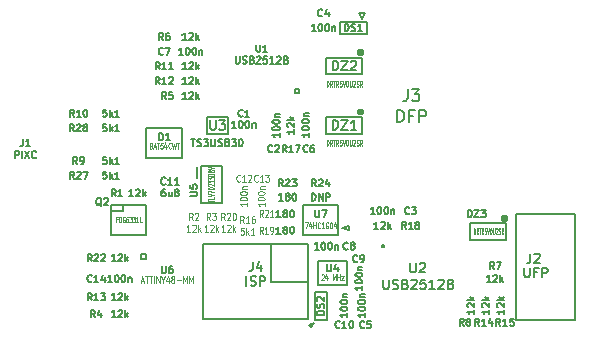
<source format=gbr>
G04 #@! TF.FileFunction,Other,Fab,Top*
%FSLAX46Y46*%
G04 Gerber Fmt 4.6, Leading zero omitted, Abs format (unit mm)*
G04 Created by KiCad (PCBNEW (2016-07-06 BZR 6969, Git 4ed346e)-product) date Wed Jul  6 14:07:54 2016*
%MOMM*%
%LPD*%
G01*
G04 APERTURE LIST*
%ADD10C,0.100000*%
%ADD11C,0.200000*%
%ADD12C,0.150000*%
%ADD13C,0.350000*%
%ADD14C,0.112500*%
%ADD15C,0.062500*%
%ADD16C,0.075000*%
%ADD17C,0.087500*%
%ADD18C,0.125000*%
G04 APERTURE END LIST*
D10*
D11*
X46800000Y-11400000D02*
X47200000Y-11400000D01*
X46800000Y-11800000D02*
X46800000Y-11400000D01*
X47200000Y-11800000D02*
X46800000Y-11800000D01*
X47200000Y-11400000D02*
X47200000Y-11800000D01*
X34200000Y-25400000D02*
X33800000Y-25400000D01*
X34200000Y-25800000D02*
X34200000Y-25400000D01*
X33800000Y-25800000D02*
X34200000Y-25800000D01*
X33800000Y-25400000D02*
X33800000Y-25800000D01*
X54400000Y-24600000D02*
X54400000Y-24800000D01*
X54200000Y-24600000D02*
X54400000Y-24600000D01*
X54200000Y-24800000D02*
X54200000Y-24600000D01*
X54400000Y-24800000D02*
X54200000Y-24800000D01*
X48200000Y-31600000D02*
X48400000Y-31200000D01*
X48000000Y-31400000D02*
X48200000Y-31600000D01*
X48400000Y-31200000D02*
X48000000Y-31400000D01*
X51400000Y-23400000D02*
X50800000Y-23200000D01*
X51400000Y-23000000D02*
X51400000Y-23400000D01*
X50800000Y-23200000D02*
X51400000Y-23000000D01*
X52750000Y-5000000D02*
X52500000Y-5500000D01*
X52250000Y-5000000D02*
X52750000Y-5000000D01*
X52500000Y-5500000D02*
X52250000Y-5000000D01*
D12*
X47945000Y-30905000D02*
X39055000Y-30905000D01*
X39055000Y-30905000D02*
X39055000Y-24555000D01*
X39055000Y-24555000D02*
X47945000Y-24555000D01*
X47945000Y-24555000D02*
X47945000Y-30905000D01*
X47945000Y-27730000D02*
X44770000Y-27730000D01*
X44770000Y-27730000D02*
X44770000Y-24555000D01*
X70500000Y-31000000D02*
X70500000Y-22000000D01*
X70500000Y-22000000D02*
X65500000Y-22000000D01*
X65500000Y-22000000D02*
X65500000Y-31000000D01*
X65500000Y-31000000D02*
X70500000Y-31000000D01*
D13*
X64700000Y-22500000D02*
X64700000Y-22250000D01*
X64450000Y-22500000D02*
X64700000Y-22500000D01*
X64450000Y-22250000D02*
X64450000Y-22500000D01*
X64700000Y-22250000D02*
X64450000Y-22250000D01*
D12*
X64720000Y-22800000D02*
X64720000Y-24200000D01*
X64720000Y-24200000D02*
X61680000Y-24200000D01*
X61680000Y-24200000D02*
X61680000Y-22800000D01*
X61680000Y-22800000D02*
X64720000Y-22800000D01*
D13*
X52500000Y-8500000D02*
X52500000Y-8250000D01*
X52250000Y-8500000D02*
X52500000Y-8500000D01*
X52250000Y-8250000D02*
X52250000Y-8500000D01*
X52500000Y-8250000D02*
X52250000Y-8250000D01*
D12*
X52520000Y-8800000D02*
X52520000Y-10200000D01*
X52520000Y-10200000D02*
X49480000Y-10200000D01*
X49480000Y-10200000D02*
X49480000Y-8800000D01*
X49480000Y-8800000D02*
X52520000Y-8800000D01*
D13*
X52500000Y-13500000D02*
X52500000Y-13250000D01*
X52250000Y-13500000D02*
X52500000Y-13500000D01*
X52250000Y-13250000D02*
X52250000Y-13500000D01*
X52500000Y-13250000D02*
X52250000Y-13250000D01*
D12*
X52520000Y-13800000D02*
X52520000Y-15200000D01*
X52520000Y-15200000D02*
X49480000Y-15200000D01*
X49480000Y-15200000D02*
X49480000Y-13800000D01*
X49480000Y-13800000D02*
X52520000Y-13800000D01*
X48750000Y-28000000D02*
X48750000Y-26000000D01*
X51250000Y-28000000D02*
X48750000Y-28000000D01*
X51250000Y-26000000D02*
X51250000Y-28000000D01*
X48750000Y-26000000D02*
X51250000Y-26000000D01*
X38500000Y-18000000D02*
X38500000Y-19000000D01*
X38850000Y-17950000D02*
X40650000Y-17950000D01*
X40650000Y-17950000D02*
X40650000Y-21050000D01*
X40650000Y-21050000D02*
X38850000Y-21050000D01*
X38850000Y-21050000D02*
X38850000Y-17950000D01*
X32250000Y-21250000D02*
X32250000Y-21750000D01*
X32250000Y-21750000D02*
X31250000Y-21750000D01*
X31250000Y-21250000D02*
X31250000Y-23750000D01*
X31250000Y-23750000D02*
X34250000Y-23750000D01*
X34250000Y-23750000D02*
X34250000Y-21250000D01*
X34250000Y-21250000D02*
X31250000Y-21250000D01*
X37250000Y-14750000D02*
X37250000Y-17250000D01*
X37250000Y-17250000D02*
X34250000Y-17250000D01*
X34250000Y-17250000D02*
X34250000Y-14750000D01*
X34250000Y-14750000D02*
X37250000Y-14750000D01*
X49500000Y-30950000D02*
X48500000Y-30950000D01*
X49500000Y-28650000D02*
X49500000Y-30950000D01*
X48500000Y-28650000D02*
X49500000Y-28650000D01*
X48500000Y-30950000D02*
X48500000Y-28650000D01*
X52900000Y-5750000D02*
X52900000Y-6750000D01*
X50600000Y-5750000D02*
X52900000Y-5750000D01*
X50600000Y-6750000D02*
X50600000Y-5750000D01*
X52900000Y-6750000D02*
X50600000Y-6750000D01*
X47500000Y-23750000D02*
X50500000Y-23750000D01*
X50500000Y-23750000D02*
X50500000Y-21250000D01*
X50500000Y-21250000D02*
X47500000Y-21250000D01*
X47500000Y-21250000D02*
X47500000Y-23750000D01*
X41150000Y-13800000D02*
X41150000Y-15200000D01*
X39350000Y-13800000D02*
X41150000Y-13800000D01*
X39350000Y-15200000D02*
X39350000Y-13800000D01*
X41150000Y-15200000D02*
X39350000Y-15200000D01*
X28114285Y-13771428D02*
X27914285Y-13485714D01*
X27771428Y-13771428D02*
X27771428Y-13171428D01*
X28000000Y-13171428D01*
X28057142Y-13200000D01*
X28085714Y-13228571D01*
X28114285Y-13285714D01*
X28114285Y-13371428D01*
X28085714Y-13428571D01*
X28057142Y-13457142D01*
X28000000Y-13485714D01*
X27771428Y-13485714D01*
X28685714Y-13771428D02*
X28342857Y-13771428D01*
X28514285Y-13771428D02*
X28514285Y-13171428D01*
X28457142Y-13257142D01*
X28400000Y-13314285D01*
X28342857Y-13342857D01*
X29057142Y-13171428D02*
X29114285Y-13171428D01*
X29171428Y-13200000D01*
X29200000Y-13228571D01*
X29228571Y-13285714D01*
X29257142Y-13400000D01*
X29257142Y-13542857D01*
X29228571Y-13657142D01*
X29200000Y-13714285D01*
X29171428Y-13742857D01*
X29114285Y-13771428D01*
X29057142Y-13771428D01*
X29000000Y-13742857D01*
X28971428Y-13714285D01*
X28942857Y-13657142D01*
X28914285Y-13542857D01*
X28914285Y-13400000D01*
X28942857Y-13285714D01*
X28971428Y-13228571D01*
X29000000Y-13200000D01*
X29057142Y-13171428D01*
X30864285Y-13171428D02*
X30578571Y-13171428D01*
X30550000Y-13457142D01*
X30578571Y-13428571D01*
X30635714Y-13400000D01*
X30778571Y-13400000D01*
X30835714Y-13428571D01*
X30864285Y-13457142D01*
X30892857Y-13514285D01*
X30892857Y-13657142D01*
X30864285Y-13714285D01*
X30835714Y-13742857D01*
X30778571Y-13771428D01*
X30635714Y-13771428D01*
X30578571Y-13742857D01*
X30550000Y-13714285D01*
X31150000Y-13771428D02*
X31150000Y-13171428D01*
X31207142Y-13542857D02*
X31378571Y-13771428D01*
X31378571Y-13371428D02*
X31150000Y-13600000D01*
X31950000Y-13771428D02*
X31607142Y-13771428D01*
X31778571Y-13771428D02*
X31778571Y-13171428D01*
X31721428Y-13257142D01*
X31664285Y-13314285D01*
X31607142Y-13342857D01*
X35542857Y-26421428D02*
X35542857Y-26907142D01*
X35571428Y-26964285D01*
X35600000Y-26992857D01*
X35657142Y-27021428D01*
X35771428Y-27021428D01*
X35828571Y-26992857D01*
X35857142Y-26964285D01*
X35885714Y-26907142D01*
X35885714Y-26421428D01*
X36428571Y-26421428D02*
X36314285Y-26421428D01*
X36257142Y-26450000D01*
X36228571Y-26478571D01*
X36171428Y-26564285D01*
X36142857Y-26678571D01*
X36142857Y-26907142D01*
X36171428Y-26964285D01*
X36200000Y-26992857D01*
X36257142Y-27021428D01*
X36371428Y-27021428D01*
X36428571Y-26992857D01*
X36457142Y-26964285D01*
X36485714Y-26907142D01*
X36485714Y-26764285D01*
X36457142Y-26707142D01*
X36428571Y-26678571D01*
X36371428Y-26650000D01*
X36257142Y-26650000D01*
X36200000Y-26678571D01*
X36171428Y-26707142D01*
X36142857Y-26764285D01*
D14*
X33792857Y-27700000D02*
X34007142Y-27700000D01*
X33750000Y-27871428D02*
X33900000Y-27271428D01*
X34050000Y-27871428D01*
X34135714Y-27271428D02*
X34392857Y-27271428D01*
X34264285Y-27871428D02*
X34264285Y-27271428D01*
X34478571Y-27271428D02*
X34735714Y-27271428D01*
X34607142Y-27871428D02*
X34607142Y-27271428D01*
X34885714Y-27871428D02*
X34885714Y-27271428D01*
X35100000Y-27871428D02*
X35100000Y-27271428D01*
X35357142Y-27871428D01*
X35357142Y-27271428D01*
X35657142Y-27585714D02*
X35657142Y-27871428D01*
X35507142Y-27271428D02*
X35657142Y-27585714D01*
X35807142Y-27271428D01*
X36150000Y-27471428D02*
X36150000Y-27871428D01*
X36042857Y-27242857D02*
X35935714Y-27671428D01*
X36214285Y-27671428D01*
X36450000Y-27528571D02*
X36407142Y-27500000D01*
X36385714Y-27471428D01*
X36364285Y-27414285D01*
X36364285Y-27385714D01*
X36385714Y-27328571D01*
X36407142Y-27300000D01*
X36450000Y-27271428D01*
X36535714Y-27271428D01*
X36578571Y-27300000D01*
X36600000Y-27328571D01*
X36621428Y-27385714D01*
X36621428Y-27414285D01*
X36600000Y-27471428D01*
X36578571Y-27500000D01*
X36535714Y-27528571D01*
X36450000Y-27528571D01*
X36407142Y-27557142D01*
X36385714Y-27585714D01*
X36364285Y-27642857D01*
X36364285Y-27757142D01*
X36385714Y-27814285D01*
X36407142Y-27842857D01*
X36450000Y-27871428D01*
X36535714Y-27871428D01*
X36578571Y-27842857D01*
X36600000Y-27814285D01*
X36621428Y-27757142D01*
X36621428Y-27642857D01*
X36600000Y-27585714D01*
X36578571Y-27557142D01*
X36535714Y-27528571D01*
X36814285Y-27642857D02*
X37157142Y-27642857D01*
X37371428Y-27871428D02*
X37371428Y-27271428D01*
X37521428Y-27700000D01*
X37671428Y-27271428D01*
X37671428Y-27871428D01*
X37885714Y-27871428D02*
X37885714Y-27271428D01*
X38035714Y-27700000D01*
X38185714Y-27271428D01*
X38185714Y-27871428D01*
D12*
X43233333Y-26061904D02*
X43233333Y-26633333D01*
X43195238Y-26747619D01*
X43119047Y-26823809D01*
X43004761Y-26861904D01*
X42928571Y-26861904D01*
X43957142Y-26328571D02*
X43957142Y-26861904D01*
X43766666Y-26023809D02*
X43576190Y-26595238D01*
X44071428Y-26595238D01*
X42719047Y-28091904D02*
X42719047Y-27291904D01*
X43061904Y-28053809D02*
X43176190Y-28091904D01*
X43366666Y-28091904D01*
X43442857Y-28053809D01*
X43480952Y-28015714D01*
X43519047Y-27939523D01*
X43519047Y-27863333D01*
X43480952Y-27787142D01*
X43442857Y-27749047D01*
X43366666Y-27710952D01*
X43214285Y-27672857D01*
X43138095Y-27634761D01*
X43100000Y-27596666D01*
X43061904Y-27520476D01*
X43061904Y-27444285D01*
X43100000Y-27368095D01*
X43138095Y-27330000D01*
X43214285Y-27291904D01*
X43404761Y-27291904D01*
X43519047Y-27330000D01*
X43861904Y-28091904D02*
X43861904Y-27291904D01*
X44166666Y-27291904D01*
X44242857Y-27330000D01*
X44280952Y-27368095D01*
X44319047Y-27444285D01*
X44319047Y-27558571D01*
X44280952Y-27634761D01*
X44242857Y-27672857D01*
X44166666Y-27710952D01*
X43861904Y-27710952D01*
X43542857Y-7671428D02*
X43542857Y-8157142D01*
X43571428Y-8214285D01*
X43600000Y-8242857D01*
X43657142Y-8271428D01*
X43771428Y-8271428D01*
X43828571Y-8242857D01*
X43857142Y-8214285D01*
X43885714Y-8157142D01*
X43885714Y-7671428D01*
X44485714Y-8271428D02*
X44142857Y-8271428D01*
X44314285Y-8271428D02*
X44314285Y-7671428D01*
X44257142Y-7757142D01*
X44200000Y-7814285D01*
X44142857Y-7842857D01*
X41800000Y-8671428D02*
X41800000Y-9157142D01*
X41828571Y-9214285D01*
X41857142Y-9242857D01*
X41914285Y-9271428D01*
X42028571Y-9271428D01*
X42085714Y-9242857D01*
X42114285Y-9214285D01*
X42142857Y-9157142D01*
X42142857Y-8671428D01*
X42400000Y-9242857D02*
X42485714Y-9271428D01*
X42628571Y-9271428D01*
X42685714Y-9242857D01*
X42714285Y-9214285D01*
X42742857Y-9157142D01*
X42742857Y-9100000D01*
X42714285Y-9042857D01*
X42685714Y-9014285D01*
X42628571Y-8985714D01*
X42514285Y-8957142D01*
X42457142Y-8928571D01*
X42428571Y-8900000D01*
X42400000Y-8842857D01*
X42400000Y-8785714D01*
X42428571Y-8728571D01*
X42457142Y-8700000D01*
X42514285Y-8671428D01*
X42657142Y-8671428D01*
X42742857Y-8700000D01*
X43200000Y-8957142D02*
X43285714Y-8985714D01*
X43314285Y-9014285D01*
X43342857Y-9071428D01*
X43342857Y-9157142D01*
X43314285Y-9214285D01*
X43285714Y-9242857D01*
X43228571Y-9271428D01*
X43000000Y-9271428D01*
X43000000Y-8671428D01*
X43200000Y-8671428D01*
X43257142Y-8700000D01*
X43285714Y-8728571D01*
X43314285Y-8785714D01*
X43314285Y-8842857D01*
X43285714Y-8900000D01*
X43257142Y-8928571D01*
X43200000Y-8957142D01*
X43000000Y-8957142D01*
X43571428Y-8728571D02*
X43600000Y-8700000D01*
X43657142Y-8671428D01*
X43800000Y-8671428D01*
X43857142Y-8700000D01*
X43885714Y-8728571D01*
X43914285Y-8785714D01*
X43914285Y-8842857D01*
X43885714Y-8928571D01*
X43542857Y-9271428D01*
X43914285Y-9271428D01*
X44457142Y-8671428D02*
X44171428Y-8671428D01*
X44142857Y-8957142D01*
X44171428Y-8928571D01*
X44228571Y-8900000D01*
X44371428Y-8900000D01*
X44428571Y-8928571D01*
X44457142Y-8957142D01*
X44485714Y-9014285D01*
X44485714Y-9157142D01*
X44457142Y-9214285D01*
X44428571Y-9242857D01*
X44371428Y-9271428D01*
X44228571Y-9271428D01*
X44171428Y-9242857D01*
X44142857Y-9214285D01*
X45057142Y-9271428D02*
X44714285Y-9271428D01*
X44885714Y-9271428D02*
X44885714Y-8671428D01*
X44828571Y-8757142D01*
X44771428Y-8814285D01*
X44714285Y-8842857D01*
X45285714Y-8728571D02*
X45314285Y-8700000D01*
X45371428Y-8671428D01*
X45514285Y-8671428D01*
X45571428Y-8700000D01*
X45600000Y-8728571D01*
X45628571Y-8785714D01*
X45628571Y-8842857D01*
X45600000Y-8928571D01*
X45257142Y-9271428D01*
X45628571Y-9271428D01*
X46085714Y-8957142D02*
X46171428Y-8985714D01*
X46200000Y-9014285D01*
X46228571Y-9071428D01*
X46228571Y-9157142D01*
X46200000Y-9214285D01*
X46171428Y-9242857D01*
X46114285Y-9271428D01*
X45885714Y-9271428D01*
X45885714Y-8671428D01*
X46085714Y-8671428D01*
X46142857Y-8700000D01*
X46171428Y-8728571D01*
X46200000Y-8785714D01*
X46200000Y-8842857D01*
X46171428Y-8900000D01*
X46142857Y-8928571D01*
X46085714Y-8957142D01*
X45885714Y-8957142D01*
X56590476Y-26161904D02*
X56590476Y-26809523D01*
X56628571Y-26885714D01*
X56666666Y-26923809D01*
X56742857Y-26961904D01*
X56895238Y-26961904D01*
X56971428Y-26923809D01*
X57009523Y-26885714D01*
X57047619Y-26809523D01*
X57047619Y-26161904D01*
X57390476Y-26238095D02*
X57428571Y-26200000D01*
X57504761Y-26161904D01*
X57695238Y-26161904D01*
X57771428Y-26200000D01*
X57809523Y-26238095D01*
X57847619Y-26314285D01*
X57847619Y-26390476D01*
X57809523Y-26504761D01*
X57352380Y-26961904D01*
X57847619Y-26961904D01*
X54316666Y-27561904D02*
X54316666Y-28209523D01*
X54354761Y-28285714D01*
X54392857Y-28323809D01*
X54469047Y-28361904D01*
X54621428Y-28361904D01*
X54697619Y-28323809D01*
X54735714Y-28285714D01*
X54773809Y-28209523D01*
X54773809Y-27561904D01*
X55116666Y-28323809D02*
X55230952Y-28361904D01*
X55421428Y-28361904D01*
X55497619Y-28323809D01*
X55535714Y-28285714D01*
X55573809Y-28209523D01*
X55573809Y-28133333D01*
X55535714Y-28057142D01*
X55497619Y-28019047D01*
X55421428Y-27980952D01*
X55269047Y-27942857D01*
X55192857Y-27904761D01*
X55154761Y-27866666D01*
X55116666Y-27790476D01*
X55116666Y-27714285D01*
X55154761Y-27638095D01*
X55192857Y-27600000D01*
X55269047Y-27561904D01*
X55459523Y-27561904D01*
X55573809Y-27600000D01*
X56183333Y-27942857D02*
X56297619Y-27980952D01*
X56335714Y-28019047D01*
X56373809Y-28095238D01*
X56373809Y-28209523D01*
X56335714Y-28285714D01*
X56297619Y-28323809D01*
X56221428Y-28361904D01*
X55916666Y-28361904D01*
X55916666Y-27561904D01*
X56183333Y-27561904D01*
X56259523Y-27600000D01*
X56297619Y-27638095D01*
X56335714Y-27714285D01*
X56335714Y-27790476D01*
X56297619Y-27866666D01*
X56259523Y-27904761D01*
X56183333Y-27942857D01*
X55916666Y-27942857D01*
X56678571Y-27638095D02*
X56716666Y-27600000D01*
X56792857Y-27561904D01*
X56983333Y-27561904D01*
X57059523Y-27600000D01*
X57097619Y-27638095D01*
X57135714Y-27714285D01*
X57135714Y-27790476D01*
X57097619Y-27904761D01*
X56640476Y-28361904D01*
X57135714Y-28361904D01*
X57859523Y-27561904D02*
X57478571Y-27561904D01*
X57440476Y-27942857D01*
X57478571Y-27904761D01*
X57554761Y-27866666D01*
X57745238Y-27866666D01*
X57821428Y-27904761D01*
X57859523Y-27942857D01*
X57897619Y-28019047D01*
X57897619Y-28209523D01*
X57859523Y-28285714D01*
X57821428Y-28323809D01*
X57745238Y-28361904D01*
X57554761Y-28361904D01*
X57478571Y-28323809D01*
X57440476Y-28285714D01*
X58659523Y-28361904D02*
X58202380Y-28361904D01*
X58430952Y-28361904D02*
X58430952Y-27561904D01*
X58354761Y-27676190D01*
X58278571Y-27752380D01*
X58202380Y-27790476D01*
X58964285Y-27638095D02*
X59002380Y-27600000D01*
X59078571Y-27561904D01*
X59269047Y-27561904D01*
X59345238Y-27600000D01*
X59383333Y-27638095D01*
X59421428Y-27714285D01*
X59421428Y-27790476D01*
X59383333Y-27904761D01*
X58926190Y-28361904D01*
X59421428Y-28361904D01*
X60030952Y-27942857D02*
X60145238Y-27980952D01*
X60183333Y-28019047D01*
X60221428Y-28095238D01*
X60221428Y-28209523D01*
X60183333Y-28285714D01*
X60145238Y-28323809D01*
X60069047Y-28361904D01*
X59764285Y-28361904D01*
X59764285Y-27561904D01*
X60030952Y-27561904D01*
X60107142Y-27600000D01*
X60145238Y-27638095D01*
X60183333Y-27714285D01*
X60183333Y-27790476D01*
X60145238Y-27866666D01*
X60107142Y-27904761D01*
X60030952Y-27942857D01*
X59764285Y-27942857D01*
X23800000Y-15671428D02*
X23800000Y-16100000D01*
X23771428Y-16185714D01*
X23714285Y-16242857D01*
X23628571Y-16271428D01*
X23571428Y-16271428D01*
X24400000Y-16271428D02*
X24057142Y-16271428D01*
X24228571Y-16271428D02*
X24228571Y-15671428D01*
X24171428Y-15757142D01*
X24114285Y-15814285D01*
X24057142Y-15842857D01*
X23114285Y-17271428D02*
X23114285Y-16671428D01*
X23342857Y-16671428D01*
X23400000Y-16700000D01*
X23428571Y-16728571D01*
X23457142Y-16785714D01*
X23457142Y-16871428D01*
X23428571Y-16928571D01*
X23400000Y-16957142D01*
X23342857Y-16985714D01*
X23114285Y-16985714D01*
X23714285Y-17271428D02*
X23714285Y-16671428D01*
X23942857Y-16671428D02*
X24342857Y-17271428D01*
X24342857Y-16671428D02*
X23942857Y-17271428D01*
X24914285Y-17214285D02*
X24885714Y-17242857D01*
X24800000Y-17271428D01*
X24742857Y-17271428D01*
X24657142Y-17242857D01*
X24600000Y-17185714D01*
X24571428Y-17128571D01*
X24542857Y-17014285D01*
X24542857Y-16928571D01*
X24571428Y-16814285D01*
X24600000Y-16757142D01*
X24657142Y-16700000D01*
X24742857Y-16671428D01*
X24800000Y-16671428D01*
X24885714Y-16700000D01*
X24914285Y-16728571D01*
X66733333Y-25361904D02*
X66733333Y-25933333D01*
X66695238Y-26047619D01*
X66619047Y-26123809D01*
X66504761Y-26161904D01*
X66428571Y-26161904D01*
X67076190Y-25438095D02*
X67114285Y-25400000D01*
X67190476Y-25361904D01*
X67380952Y-25361904D01*
X67457142Y-25400000D01*
X67495238Y-25438095D01*
X67533333Y-25514285D01*
X67533333Y-25590476D01*
X67495238Y-25704761D01*
X67038095Y-26161904D01*
X67533333Y-26161904D01*
X66228571Y-26561904D02*
X66228571Y-27209523D01*
X66266666Y-27285714D01*
X66304761Y-27323809D01*
X66380952Y-27361904D01*
X66533333Y-27361904D01*
X66609523Y-27323809D01*
X66647619Y-27285714D01*
X66685714Y-27209523D01*
X66685714Y-26561904D01*
X67333333Y-26942857D02*
X67066666Y-26942857D01*
X67066666Y-27361904D02*
X67066666Y-26561904D01*
X67447619Y-26561904D01*
X67752380Y-27361904D02*
X67752380Y-26561904D01*
X68057142Y-26561904D01*
X68133333Y-26600000D01*
X68171428Y-26638095D01*
X68209523Y-26714285D01*
X68209523Y-26828571D01*
X68171428Y-26904761D01*
X68133333Y-26942857D01*
X68057142Y-26980952D01*
X67752380Y-26980952D01*
X56356666Y-11452380D02*
X56356666Y-12166666D01*
X56309047Y-12309523D01*
X56213809Y-12404761D01*
X56070952Y-12452380D01*
X55975714Y-12452380D01*
X56737619Y-11452380D02*
X57356666Y-11452380D01*
X57023333Y-11833333D01*
X57166190Y-11833333D01*
X57261428Y-11880952D01*
X57309047Y-11928571D01*
X57356666Y-12023809D01*
X57356666Y-12261904D01*
X57309047Y-12357142D01*
X57261428Y-12404761D01*
X57166190Y-12452380D01*
X56880476Y-12452380D01*
X56785238Y-12404761D01*
X56737619Y-12357142D01*
X55499523Y-14202380D02*
X55499523Y-13202380D01*
X55737619Y-13202380D01*
X55880476Y-13250000D01*
X55975714Y-13345238D01*
X56023333Y-13440476D01*
X56070952Y-13630952D01*
X56070952Y-13773809D01*
X56023333Y-13964285D01*
X55975714Y-14059523D01*
X55880476Y-14154761D01*
X55737619Y-14202380D01*
X55499523Y-14202380D01*
X56832857Y-13678571D02*
X56499523Y-13678571D01*
X56499523Y-14202380D02*
X56499523Y-13202380D01*
X56975714Y-13202380D01*
X57356666Y-14202380D02*
X57356666Y-13202380D01*
X57737619Y-13202380D01*
X57832857Y-13250000D01*
X57880476Y-13297619D01*
X57928095Y-13392857D01*
X57928095Y-13535714D01*
X57880476Y-13630952D01*
X57832857Y-13678571D01*
X57737619Y-13726190D01*
X57356666Y-13726190D01*
X61471428Y-22271428D02*
X61471428Y-21671428D01*
X61614285Y-21671428D01*
X61700000Y-21700000D01*
X61757142Y-21757142D01*
X61785714Y-21814285D01*
X61814285Y-21928571D01*
X61814285Y-22014285D01*
X61785714Y-22128571D01*
X61757142Y-22185714D01*
X61700000Y-22242857D01*
X61614285Y-22271428D01*
X61471428Y-22271428D01*
X62014285Y-21671428D02*
X62414285Y-21671428D01*
X62014285Y-22271428D01*
X62414285Y-22271428D01*
X62585714Y-21671428D02*
X62957142Y-21671428D01*
X62757142Y-21900000D01*
X62842857Y-21900000D01*
X62900000Y-21928571D01*
X62928571Y-21957142D01*
X62957142Y-22014285D01*
X62957142Y-22157142D01*
X62928571Y-22214285D01*
X62900000Y-22242857D01*
X62842857Y-22271428D01*
X62671428Y-22271428D01*
X62614285Y-22242857D01*
X62585714Y-22214285D01*
D15*
X61950000Y-23726190D02*
X61950000Y-23226190D01*
X62009523Y-23226190D01*
X62045238Y-23250000D01*
X62069047Y-23297619D01*
X62080952Y-23345238D01*
X62092857Y-23440476D01*
X62092857Y-23511904D01*
X62080952Y-23607142D01*
X62069047Y-23654761D01*
X62045238Y-23702380D01*
X62009523Y-23726190D01*
X61950000Y-23726190D01*
X62342857Y-23726190D02*
X62259523Y-23488095D01*
X62200000Y-23726190D02*
X62200000Y-23226190D01*
X62295238Y-23226190D01*
X62319047Y-23250000D01*
X62330952Y-23273809D01*
X62342857Y-23321428D01*
X62342857Y-23392857D01*
X62330952Y-23440476D01*
X62319047Y-23464285D01*
X62295238Y-23488095D01*
X62200000Y-23488095D01*
X62414285Y-23226190D02*
X62557142Y-23226190D01*
X62485714Y-23726190D02*
X62485714Y-23226190D01*
X62783333Y-23726190D02*
X62700000Y-23488095D01*
X62640476Y-23726190D02*
X62640476Y-23226190D01*
X62735714Y-23226190D01*
X62759523Y-23250000D01*
X62771428Y-23273809D01*
X62783333Y-23321428D01*
X62783333Y-23392857D01*
X62771428Y-23440476D01*
X62759523Y-23464285D01*
X62735714Y-23488095D01*
X62640476Y-23488095D01*
X63009523Y-23226190D02*
X62890476Y-23226190D01*
X62878571Y-23464285D01*
X62890476Y-23440476D01*
X62914285Y-23416666D01*
X62973809Y-23416666D01*
X62997619Y-23440476D01*
X63009523Y-23464285D01*
X63021428Y-23511904D01*
X63021428Y-23630952D01*
X63009523Y-23678571D01*
X62997619Y-23702380D01*
X62973809Y-23726190D01*
X62914285Y-23726190D01*
X62890476Y-23702380D01*
X62878571Y-23678571D01*
X63092857Y-23226190D02*
X63176190Y-23726190D01*
X63259523Y-23226190D01*
X63390476Y-23226190D02*
X63414285Y-23226190D01*
X63438095Y-23250000D01*
X63450000Y-23273809D01*
X63461904Y-23321428D01*
X63473809Y-23416666D01*
X63473809Y-23535714D01*
X63461904Y-23630952D01*
X63450000Y-23678571D01*
X63438095Y-23702380D01*
X63414285Y-23726190D01*
X63390476Y-23726190D01*
X63366666Y-23702380D01*
X63354761Y-23678571D01*
X63342857Y-23630952D01*
X63330952Y-23535714D01*
X63330952Y-23416666D01*
X63342857Y-23321428D01*
X63354761Y-23273809D01*
X63366666Y-23250000D01*
X63390476Y-23226190D01*
X63580952Y-23226190D02*
X63580952Y-23630952D01*
X63592857Y-23678571D01*
X63604761Y-23702380D01*
X63628571Y-23726190D01*
X63676190Y-23726190D01*
X63700000Y-23702380D01*
X63711904Y-23678571D01*
X63723809Y-23630952D01*
X63723809Y-23226190D01*
X63830952Y-23273809D02*
X63842857Y-23250000D01*
X63866666Y-23226190D01*
X63926190Y-23226190D01*
X63950000Y-23250000D01*
X63961904Y-23273809D01*
X63973809Y-23321428D01*
X63973809Y-23369047D01*
X63961904Y-23440476D01*
X63819047Y-23726190D01*
X63973809Y-23726190D01*
X64069047Y-23702380D02*
X64104761Y-23726190D01*
X64164285Y-23726190D01*
X64188095Y-23702380D01*
X64200000Y-23678571D01*
X64211904Y-23630952D01*
X64211904Y-23583333D01*
X64200000Y-23535714D01*
X64188095Y-23511904D01*
X64164285Y-23488095D01*
X64116666Y-23464285D01*
X64092857Y-23440476D01*
X64080952Y-23416666D01*
X64069047Y-23369047D01*
X64069047Y-23321428D01*
X64080952Y-23273809D01*
X64092857Y-23250000D01*
X64116666Y-23226190D01*
X64176190Y-23226190D01*
X64211904Y-23250000D01*
X64461904Y-23726190D02*
X64378571Y-23488095D01*
X64319047Y-23726190D02*
X64319047Y-23226190D01*
X64414285Y-23226190D01*
X64438095Y-23250000D01*
X64450000Y-23273809D01*
X64461904Y-23321428D01*
X64461904Y-23392857D01*
X64450000Y-23440476D01*
X64438095Y-23464285D01*
X64414285Y-23488095D01*
X64319047Y-23488095D01*
D12*
X50028571Y-9861904D02*
X50028571Y-9061904D01*
X50219047Y-9061904D01*
X50333333Y-9100000D01*
X50409523Y-9176190D01*
X50447619Y-9252380D01*
X50485714Y-9404761D01*
X50485714Y-9519047D01*
X50447619Y-9671428D01*
X50409523Y-9747619D01*
X50333333Y-9823809D01*
X50219047Y-9861904D01*
X50028571Y-9861904D01*
X50752380Y-9061904D02*
X51285714Y-9061904D01*
X50752380Y-9861904D01*
X51285714Y-9861904D01*
X51552380Y-9138095D02*
X51590476Y-9100000D01*
X51666666Y-9061904D01*
X51857142Y-9061904D01*
X51933333Y-9100000D01*
X51971428Y-9138095D01*
X52009523Y-9214285D01*
X52009523Y-9290476D01*
X51971428Y-9404761D01*
X51514285Y-9861904D01*
X52009523Y-9861904D01*
D16*
X49500000Y-11226190D02*
X49500000Y-10726190D01*
X49571428Y-10726190D01*
X49614285Y-10750000D01*
X49642857Y-10797619D01*
X49657142Y-10845238D01*
X49671428Y-10940476D01*
X49671428Y-11011904D01*
X49657142Y-11107142D01*
X49642857Y-11154761D01*
X49614285Y-11202380D01*
X49571428Y-11226190D01*
X49500000Y-11226190D01*
X49971428Y-11226190D02*
X49871428Y-10988095D01*
X49800000Y-11226190D02*
X49800000Y-10726190D01*
X49914285Y-10726190D01*
X49942857Y-10750000D01*
X49957142Y-10773809D01*
X49971428Y-10821428D01*
X49971428Y-10892857D01*
X49957142Y-10940476D01*
X49942857Y-10964285D01*
X49914285Y-10988095D01*
X49800000Y-10988095D01*
X50057142Y-10726190D02*
X50228571Y-10726190D01*
X50142857Y-11226190D02*
X50142857Y-10726190D01*
X50500000Y-11226190D02*
X50400000Y-10988095D01*
X50328571Y-11226190D02*
X50328571Y-10726190D01*
X50442857Y-10726190D01*
X50471428Y-10750000D01*
X50485714Y-10773809D01*
X50500000Y-10821428D01*
X50500000Y-10892857D01*
X50485714Y-10940476D01*
X50471428Y-10964285D01*
X50442857Y-10988095D01*
X50328571Y-10988095D01*
X50771428Y-10726190D02*
X50628571Y-10726190D01*
X50614285Y-10964285D01*
X50628571Y-10940476D01*
X50657142Y-10916666D01*
X50728571Y-10916666D01*
X50757142Y-10940476D01*
X50771428Y-10964285D01*
X50785714Y-11011904D01*
X50785714Y-11130952D01*
X50771428Y-11178571D01*
X50757142Y-11202380D01*
X50728571Y-11226190D01*
X50657142Y-11226190D01*
X50628571Y-11202380D01*
X50614285Y-11178571D01*
X50871428Y-10726190D02*
X50971428Y-11226190D01*
X51071428Y-10726190D01*
X51228571Y-10726190D02*
X51257142Y-10726190D01*
X51285714Y-10750000D01*
X51300000Y-10773809D01*
X51314285Y-10821428D01*
X51328571Y-10916666D01*
X51328571Y-11035714D01*
X51314285Y-11130952D01*
X51300000Y-11178571D01*
X51285714Y-11202380D01*
X51257142Y-11226190D01*
X51228571Y-11226190D01*
X51200000Y-11202380D01*
X51185714Y-11178571D01*
X51171428Y-11130952D01*
X51157142Y-11035714D01*
X51157142Y-10916666D01*
X51171428Y-10821428D01*
X51185714Y-10773809D01*
X51200000Y-10750000D01*
X51228571Y-10726190D01*
X51457142Y-10726190D02*
X51457142Y-11130952D01*
X51471428Y-11178571D01*
X51485714Y-11202380D01*
X51514285Y-11226190D01*
X51571428Y-11226190D01*
X51600000Y-11202380D01*
X51614285Y-11178571D01*
X51628571Y-11130952D01*
X51628571Y-10726190D01*
X51757142Y-10773809D02*
X51771428Y-10750000D01*
X51800000Y-10726190D01*
X51871428Y-10726190D01*
X51900000Y-10750000D01*
X51914285Y-10773809D01*
X51928571Y-10821428D01*
X51928571Y-10869047D01*
X51914285Y-10940476D01*
X51742857Y-11226190D01*
X51928571Y-11226190D01*
X52042857Y-11202380D02*
X52085714Y-11226190D01*
X52157142Y-11226190D01*
X52185714Y-11202380D01*
X52199999Y-11178571D01*
X52214285Y-11130952D01*
X52214285Y-11083333D01*
X52199999Y-11035714D01*
X52185714Y-11011904D01*
X52157142Y-10988095D01*
X52099999Y-10964285D01*
X52071428Y-10940476D01*
X52057142Y-10916666D01*
X52042857Y-10869047D01*
X52042857Y-10821428D01*
X52057142Y-10773809D01*
X52071428Y-10750000D01*
X52099999Y-10726190D01*
X52171428Y-10726190D01*
X52214285Y-10750000D01*
X52514285Y-11226190D02*
X52414285Y-10988095D01*
X52342857Y-11226190D02*
X52342857Y-10726190D01*
X52457142Y-10726190D01*
X52485714Y-10750000D01*
X52499999Y-10773809D01*
X52514285Y-10821428D01*
X52514285Y-10892857D01*
X52499999Y-10940476D01*
X52485714Y-10964285D01*
X52457142Y-10988095D01*
X52342857Y-10988095D01*
D12*
X50028571Y-14861904D02*
X50028571Y-14061904D01*
X50219047Y-14061904D01*
X50333333Y-14100000D01*
X50409523Y-14176190D01*
X50447619Y-14252380D01*
X50485714Y-14404761D01*
X50485714Y-14519047D01*
X50447619Y-14671428D01*
X50409523Y-14747619D01*
X50333333Y-14823809D01*
X50219047Y-14861904D01*
X50028571Y-14861904D01*
X50752380Y-14061904D02*
X51285714Y-14061904D01*
X50752380Y-14861904D01*
X51285714Y-14861904D01*
X52009523Y-14861904D02*
X51552380Y-14861904D01*
X51780952Y-14861904D02*
X51780952Y-14061904D01*
X51704761Y-14176190D01*
X51628571Y-14252380D01*
X51552380Y-14290476D01*
D16*
X49500000Y-16226190D02*
X49500000Y-15726190D01*
X49571428Y-15726190D01*
X49614285Y-15750000D01*
X49642857Y-15797619D01*
X49657142Y-15845238D01*
X49671428Y-15940476D01*
X49671428Y-16011904D01*
X49657142Y-16107142D01*
X49642857Y-16154761D01*
X49614285Y-16202380D01*
X49571428Y-16226190D01*
X49500000Y-16226190D01*
X49971428Y-16226190D02*
X49871428Y-15988095D01*
X49800000Y-16226190D02*
X49800000Y-15726190D01*
X49914285Y-15726190D01*
X49942857Y-15750000D01*
X49957142Y-15773809D01*
X49971428Y-15821428D01*
X49971428Y-15892857D01*
X49957142Y-15940476D01*
X49942857Y-15964285D01*
X49914285Y-15988095D01*
X49800000Y-15988095D01*
X50057142Y-15726190D02*
X50228571Y-15726190D01*
X50142857Y-16226190D02*
X50142857Y-15726190D01*
X50500000Y-16226190D02*
X50400000Y-15988095D01*
X50328571Y-16226190D02*
X50328571Y-15726190D01*
X50442857Y-15726190D01*
X50471428Y-15750000D01*
X50485714Y-15773809D01*
X50500000Y-15821428D01*
X50500000Y-15892857D01*
X50485714Y-15940476D01*
X50471428Y-15964285D01*
X50442857Y-15988095D01*
X50328571Y-15988095D01*
X50771428Y-15726190D02*
X50628571Y-15726190D01*
X50614285Y-15964285D01*
X50628571Y-15940476D01*
X50657142Y-15916666D01*
X50728571Y-15916666D01*
X50757142Y-15940476D01*
X50771428Y-15964285D01*
X50785714Y-16011904D01*
X50785714Y-16130952D01*
X50771428Y-16178571D01*
X50757142Y-16202380D01*
X50728571Y-16226190D01*
X50657142Y-16226190D01*
X50628571Y-16202380D01*
X50614285Y-16178571D01*
X50871428Y-15726190D02*
X50971428Y-16226190D01*
X51071428Y-15726190D01*
X51228571Y-15726190D02*
X51257142Y-15726190D01*
X51285714Y-15750000D01*
X51300000Y-15773809D01*
X51314285Y-15821428D01*
X51328571Y-15916666D01*
X51328571Y-16035714D01*
X51314285Y-16130952D01*
X51300000Y-16178571D01*
X51285714Y-16202380D01*
X51257142Y-16226190D01*
X51228571Y-16226190D01*
X51200000Y-16202380D01*
X51185714Y-16178571D01*
X51171428Y-16130952D01*
X51157142Y-16035714D01*
X51157142Y-15916666D01*
X51171428Y-15821428D01*
X51185714Y-15773809D01*
X51200000Y-15750000D01*
X51228571Y-15726190D01*
X51457142Y-15726190D02*
X51457142Y-16130952D01*
X51471428Y-16178571D01*
X51485714Y-16202380D01*
X51514285Y-16226190D01*
X51571428Y-16226190D01*
X51600000Y-16202380D01*
X51614285Y-16178571D01*
X51628571Y-16130952D01*
X51628571Y-15726190D01*
X51757142Y-15773809D02*
X51771428Y-15750000D01*
X51800000Y-15726190D01*
X51871428Y-15726190D01*
X51900000Y-15750000D01*
X51914285Y-15773809D01*
X51928571Y-15821428D01*
X51928571Y-15869047D01*
X51914285Y-15940476D01*
X51742857Y-16226190D01*
X51928571Y-16226190D01*
X52042857Y-16202380D02*
X52085714Y-16226190D01*
X52157142Y-16226190D01*
X52185714Y-16202380D01*
X52199999Y-16178571D01*
X52214285Y-16130952D01*
X52214285Y-16083333D01*
X52199999Y-16035714D01*
X52185714Y-16011904D01*
X52157142Y-15988095D01*
X52099999Y-15964285D01*
X52071428Y-15940476D01*
X52057142Y-15916666D01*
X52042857Y-15869047D01*
X52042857Y-15821428D01*
X52057142Y-15773809D01*
X52071428Y-15750000D01*
X52099999Y-15726190D01*
X52171428Y-15726190D01*
X52214285Y-15750000D01*
X52514285Y-16226190D02*
X52414285Y-15988095D01*
X52342857Y-16226190D02*
X52342857Y-15726190D01*
X52457142Y-15726190D01*
X52485714Y-15750000D01*
X52499999Y-15773809D01*
X52514285Y-15821428D01*
X52514285Y-15892857D01*
X52499999Y-15940476D01*
X52485714Y-15964285D01*
X52457142Y-15988095D01*
X52342857Y-15988095D01*
D12*
X49542857Y-26271428D02*
X49542857Y-26757142D01*
X49571428Y-26814285D01*
X49600000Y-26842857D01*
X49657142Y-26871428D01*
X49771428Y-26871428D01*
X49828571Y-26842857D01*
X49857142Y-26814285D01*
X49885714Y-26757142D01*
X49885714Y-26271428D01*
X50428571Y-26471428D02*
X50428571Y-26871428D01*
X50285714Y-26242857D02*
X50142857Y-26671428D01*
X50514285Y-26671428D01*
D17*
X49075000Y-27173809D02*
X49091666Y-27150000D01*
X49125000Y-27126190D01*
X49208333Y-27126190D01*
X49241666Y-27150000D01*
X49258333Y-27173809D01*
X49275000Y-27221428D01*
X49275000Y-27269047D01*
X49258333Y-27340476D01*
X49058333Y-27626190D01*
X49275000Y-27626190D01*
X49575000Y-27292857D02*
X49575000Y-27626190D01*
X49491666Y-27102380D02*
X49408333Y-27459523D01*
X49625000Y-27459523D01*
X50025000Y-27626190D02*
X50025000Y-27126190D01*
X50141666Y-27483333D01*
X50258333Y-27126190D01*
X50258333Y-27626190D01*
X50425000Y-27626190D02*
X50425000Y-27126190D01*
X50425000Y-27364285D02*
X50625000Y-27364285D01*
X50625000Y-27626190D02*
X50625000Y-27126190D01*
X50758333Y-27292857D02*
X50941666Y-27292857D01*
X50758333Y-27626190D01*
X50941666Y-27626190D01*
D14*
X44110714Y-22298571D02*
X43960714Y-21984285D01*
X43853571Y-22298571D02*
X43853571Y-21638571D01*
X44025000Y-21638571D01*
X44067857Y-21670000D01*
X44089285Y-21701428D01*
X44110714Y-21764285D01*
X44110714Y-21858571D01*
X44089285Y-21921428D01*
X44067857Y-21952857D01*
X44025000Y-21984285D01*
X43853571Y-21984285D01*
X44282142Y-21701428D02*
X44303571Y-21670000D01*
X44346428Y-21638571D01*
X44453571Y-21638571D01*
X44496428Y-21670000D01*
X44517857Y-21701428D01*
X44539285Y-21764285D01*
X44539285Y-21827142D01*
X44517857Y-21921428D01*
X44260714Y-22298571D01*
X44539285Y-22298571D01*
X44967857Y-22298571D02*
X44710714Y-22298571D01*
X44839285Y-22298571D02*
X44839285Y-21638571D01*
X44796428Y-21732857D01*
X44753571Y-21795714D01*
X44710714Y-21827142D01*
D12*
X45600000Y-22271428D02*
X45257142Y-22271428D01*
X45428571Y-22271428D02*
X45428571Y-21671428D01*
X45371428Y-21757142D01*
X45314285Y-21814285D01*
X45257142Y-21842857D01*
X45942857Y-21928571D02*
X45885714Y-21900000D01*
X45857142Y-21871428D01*
X45828571Y-21814285D01*
X45828571Y-21785714D01*
X45857142Y-21728571D01*
X45885714Y-21700000D01*
X45942857Y-21671428D01*
X46057142Y-21671428D01*
X46114285Y-21700000D01*
X46142857Y-21728571D01*
X46171428Y-21785714D01*
X46171428Y-21814285D01*
X46142857Y-21871428D01*
X46114285Y-21900000D01*
X46057142Y-21928571D01*
X45942857Y-21928571D01*
X45885714Y-21957142D01*
X45857142Y-21985714D01*
X45828571Y-22042857D01*
X45828571Y-22157142D01*
X45857142Y-22214285D01*
X45885714Y-22242857D01*
X45942857Y-22271428D01*
X46057142Y-22271428D01*
X46114285Y-22242857D01*
X46142857Y-22214285D01*
X46171428Y-22157142D01*
X46171428Y-22042857D01*
X46142857Y-21985714D01*
X46114285Y-21957142D01*
X46057142Y-21928571D01*
X46542857Y-21671428D02*
X46600000Y-21671428D01*
X46657142Y-21700000D01*
X46685714Y-21728571D01*
X46714285Y-21785714D01*
X46742857Y-21900000D01*
X46742857Y-22042857D01*
X46714285Y-22157142D01*
X46685714Y-22214285D01*
X46657142Y-22242857D01*
X46600000Y-22271428D01*
X46542857Y-22271428D01*
X46485714Y-22242857D01*
X46457142Y-22214285D01*
X46428571Y-22157142D01*
X46400000Y-22042857D01*
X46400000Y-21900000D01*
X46428571Y-21785714D01*
X46457142Y-21728571D01*
X46485714Y-21700000D01*
X46542857Y-21671428D01*
X56214285Y-23271428D02*
X56014285Y-22985714D01*
X55871428Y-23271428D02*
X55871428Y-22671428D01*
X56100000Y-22671428D01*
X56157142Y-22700000D01*
X56185714Y-22728571D01*
X56214285Y-22785714D01*
X56214285Y-22871428D01*
X56185714Y-22928571D01*
X56157142Y-22957142D01*
X56100000Y-22985714D01*
X55871428Y-22985714D01*
X56785714Y-23271428D02*
X56442857Y-23271428D01*
X56614285Y-23271428D02*
X56614285Y-22671428D01*
X56557142Y-22757142D01*
X56500000Y-22814285D01*
X56442857Y-22842857D01*
X57128571Y-22928571D02*
X57071428Y-22900000D01*
X57042857Y-22871428D01*
X57014285Y-22814285D01*
X57014285Y-22785714D01*
X57042857Y-22728571D01*
X57071428Y-22700000D01*
X57128571Y-22671428D01*
X57242857Y-22671428D01*
X57300000Y-22700000D01*
X57328571Y-22728571D01*
X57357142Y-22785714D01*
X57357142Y-22814285D01*
X57328571Y-22871428D01*
X57300000Y-22900000D01*
X57242857Y-22928571D01*
X57128571Y-22928571D01*
X57071428Y-22957142D01*
X57042857Y-22985714D01*
X57014285Y-23042857D01*
X57014285Y-23157142D01*
X57042857Y-23214285D01*
X57071428Y-23242857D01*
X57128571Y-23271428D01*
X57242857Y-23271428D01*
X57300000Y-23242857D01*
X57328571Y-23214285D01*
X57357142Y-23157142D01*
X57357142Y-23042857D01*
X57328571Y-22985714D01*
X57300000Y-22957142D01*
X57242857Y-22928571D01*
X53892857Y-23271428D02*
X53550000Y-23271428D01*
X53721428Y-23271428D02*
X53721428Y-22671428D01*
X53664285Y-22757142D01*
X53607142Y-22814285D01*
X53550000Y-22842857D01*
X54121428Y-22728571D02*
X54150000Y-22700000D01*
X54207142Y-22671428D01*
X54350000Y-22671428D01*
X54407142Y-22700000D01*
X54435714Y-22728571D01*
X54464285Y-22785714D01*
X54464285Y-22842857D01*
X54435714Y-22928571D01*
X54092857Y-23271428D01*
X54464285Y-23271428D01*
X54721428Y-23271428D02*
X54721428Y-22671428D01*
X54778571Y-23042857D02*
X54950000Y-23271428D01*
X54950000Y-22871428D02*
X54721428Y-23100000D01*
X61100000Y-31471428D02*
X60900000Y-31185714D01*
X60757142Y-31471428D02*
X60757142Y-30871428D01*
X60985714Y-30871428D01*
X61042857Y-30900000D01*
X61071428Y-30928571D01*
X61100000Y-30985714D01*
X61100000Y-31071428D01*
X61071428Y-31128571D01*
X61042857Y-31157142D01*
X60985714Y-31185714D01*
X60757142Y-31185714D01*
X61442857Y-31128571D02*
X61385714Y-31100000D01*
X61357142Y-31071428D01*
X61328571Y-31014285D01*
X61328571Y-30985714D01*
X61357142Y-30928571D01*
X61385714Y-30900000D01*
X61442857Y-30871428D01*
X61557142Y-30871428D01*
X61614285Y-30900000D01*
X61642857Y-30928571D01*
X61671428Y-30985714D01*
X61671428Y-31014285D01*
X61642857Y-31071428D01*
X61614285Y-31100000D01*
X61557142Y-31128571D01*
X61442857Y-31128571D01*
X61385714Y-31157142D01*
X61357142Y-31185714D01*
X61328571Y-31242857D01*
X61328571Y-31357142D01*
X61357142Y-31414285D01*
X61385714Y-31442857D01*
X61442857Y-31471428D01*
X61557142Y-31471428D01*
X61614285Y-31442857D01*
X61642857Y-31414285D01*
X61671428Y-31357142D01*
X61671428Y-31242857D01*
X61642857Y-31185714D01*
X61614285Y-31157142D01*
X61557142Y-31128571D01*
X62021428Y-30107142D02*
X62021428Y-30450000D01*
X62021428Y-30278571D02*
X61421428Y-30278571D01*
X61507142Y-30335714D01*
X61564285Y-30392857D01*
X61592857Y-30450000D01*
X61478571Y-29878571D02*
X61450000Y-29850000D01*
X61421428Y-29792857D01*
X61421428Y-29650000D01*
X61450000Y-29592857D01*
X61478571Y-29564285D01*
X61535714Y-29535714D01*
X61592857Y-29535714D01*
X61678571Y-29564285D01*
X62021428Y-29907142D01*
X62021428Y-29535714D01*
X62021428Y-29278571D02*
X61421428Y-29278571D01*
X61792857Y-29221428D02*
X62021428Y-29050000D01*
X61621428Y-29050000D02*
X61850000Y-29278571D01*
X63700000Y-26671428D02*
X63500000Y-26385714D01*
X63357142Y-26671428D02*
X63357142Y-26071428D01*
X63585714Y-26071428D01*
X63642857Y-26100000D01*
X63671428Y-26128571D01*
X63700000Y-26185714D01*
X63700000Y-26271428D01*
X63671428Y-26328571D01*
X63642857Y-26357142D01*
X63585714Y-26385714D01*
X63357142Y-26385714D01*
X63900000Y-26071428D02*
X64300000Y-26071428D01*
X64042857Y-26671428D01*
X63392857Y-27771428D02*
X63050000Y-27771428D01*
X63221428Y-27771428D02*
X63221428Y-27171428D01*
X63164285Y-27257142D01*
X63107142Y-27314285D01*
X63050000Y-27342857D01*
X63621428Y-27228571D02*
X63650000Y-27200000D01*
X63707142Y-27171428D01*
X63850000Y-27171428D01*
X63907142Y-27200000D01*
X63935714Y-27228571D01*
X63964285Y-27285714D01*
X63964285Y-27342857D01*
X63935714Y-27428571D01*
X63592857Y-27771428D01*
X63964285Y-27771428D01*
X64221428Y-27771428D02*
X64221428Y-27171428D01*
X64278571Y-27542857D02*
X64450000Y-27771428D01*
X64450000Y-27371428D02*
X64221428Y-27600000D01*
X28400000Y-17771428D02*
X28200000Y-17485714D01*
X28057142Y-17771428D02*
X28057142Y-17171428D01*
X28285714Y-17171428D01*
X28342857Y-17200000D01*
X28371428Y-17228571D01*
X28400000Y-17285714D01*
X28400000Y-17371428D01*
X28371428Y-17428571D01*
X28342857Y-17457142D01*
X28285714Y-17485714D01*
X28057142Y-17485714D01*
X28685714Y-17771428D02*
X28800000Y-17771428D01*
X28857142Y-17742857D01*
X28885714Y-17714285D01*
X28942857Y-17628571D01*
X28971428Y-17514285D01*
X28971428Y-17285714D01*
X28942857Y-17228571D01*
X28914285Y-17200000D01*
X28857142Y-17171428D01*
X28742857Y-17171428D01*
X28685714Y-17200000D01*
X28657142Y-17228571D01*
X28628571Y-17285714D01*
X28628571Y-17428571D01*
X28657142Y-17485714D01*
X28685714Y-17514285D01*
X28742857Y-17542857D01*
X28857142Y-17542857D01*
X28914285Y-17514285D01*
X28942857Y-17485714D01*
X28971428Y-17428571D01*
X30864285Y-17171428D02*
X30578571Y-17171428D01*
X30550000Y-17457142D01*
X30578571Y-17428571D01*
X30635714Y-17400000D01*
X30778571Y-17400000D01*
X30835714Y-17428571D01*
X30864285Y-17457142D01*
X30892857Y-17514285D01*
X30892857Y-17657142D01*
X30864285Y-17714285D01*
X30835714Y-17742857D01*
X30778571Y-17771428D01*
X30635714Y-17771428D01*
X30578571Y-17742857D01*
X30550000Y-17714285D01*
X31150000Y-17771428D02*
X31150000Y-17171428D01*
X31207142Y-17542857D02*
X31378571Y-17771428D01*
X31378571Y-17371428D02*
X31150000Y-17600000D01*
X31950000Y-17771428D02*
X31607142Y-17771428D01*
X31778571Y-17771428D02*
X31778571Y-17171428D01*
X31721428Y-17257142D01*
X31664285Y-17314285D01*
X31607142Y-17342857D01*
X35900000Y-12271428D02*
X35700000Y-11985714D01*
X35557142Y-12271428D02*
X35557142Y-11671428D01*
X35785714Y-11671428D01*
X35842857Y-11700000D01*
X35871428Y-11728571D01*
X35900000Y-11785714D01*
X35900000Y-11871428D01*
X35871428Y-11928571D01*
X35842857Y-11957142D01*
X35785714Y-11985714D01*
X35557142Y-11985714D01*
X36442857Y-11671428D02*
X36157142Y-11671428D01*
X36128571Y-11957142D01*
X36157142Y-11928571D01*
X36214285Y-11900000D01*
X36357142Y-11900000D01*
X36414285Y-11928571D01*
X36442857Y-11957142D01*
X36471428Y-12014285D01*
X36471428Y-12157142D01*
X36442857Y-12214285D01*
X36414285Y-12242857D01*
X36357142Y-12271428D01*
X36214285Y-12271428D01*
X36157142Y-12242857D01*
X36128571Y-12214285D01*
X37642857Y-12271428D02*
X37300000Y-12271428D01*
X37471428Y-12271428D02*
X37471428Y-11671428D01*
X37414285Y-11757142D01*
X37357142Y-11814285D01*
X37300000Y-11842857D01*
X37871428Y-11728571D02*
X37900000Y-11700000D01*
X37957142Y-11671428D01*
X38100000Y-11671428D01*
X38157142Y-11700000D01*
X38185714Y-11728571D01*
X38214285Y-11785714D01*
X38214285Y-11842857D01*
X38185714Y-11928571D01*
X37842857Y-12271428D01*
X38214285Y-12271428D01*
X38471428Y-12271428D02*
X38471428Y-11671428D01*
X38528571Y-12042857D02*
X38700000Y-12271428D01*
X38700000Y-11871428D02*
X38471428Y-12100000D01*
X31650000Y-20521428D02*
X31450000Y-20235714D01*
X31307142Y-20521428D02*
X31307142Y-19921428D01*
X31535714Y-19921428D01*
X31592857Y-19950000D01*
X31621428Y-19978571D01*
X31650000Y-20035714D01*
X31650000Y-20121428D01*
X31621428Y-20178571D01*
X31592857Y-20207142D01*
X31535714Y-20235714D01*
X31307142Y-20235714D01*
X32221428Y-20521428D02*
X31878571Y-20521428D01*
X32050000Y-20521428D02*
X32050000Y-19921428D01*
X31992857Y-20007142D01*
X31935714Y-20064285D01*
X31878571Y-20092857D01*
X33142857Y-20521428D02*
X32800000Y-20521428D01*
X32971428Y-20521428D02*
X32971428Y-19921428D01*
X32914285Y-20007142D01*
X32857142Y-20064285D01*
X32800000Y-20092857D01*
X33371428Y-19978571D02*
X33400000Y-19950000D01*
X33457142Y-19921428D01*
X33600000Y-19921428D01*
X33657142Y-19950000D01*
X33685714Y-19978571D01*
X33714285Y-20035714D01*
X33714285Y-20092857D01*
X33685714Y-20178571D01*
X33342857Y-20521428D01*
X33714285Y-20521428D01*
X33971428Y-20521428D02*
X33971428Y-19921428D01*
X34028571Y-20292857D02*
X34200000Y-20521428D01*
X34200000Y-20121428D02*
X33971428Y-20350000D01*
D14*
X44110714Y-23671428D02*
X43960714Y-23385714D01*
X43853571Y-23671428D02*
X43853571Y-23071428D01*
X44025000Y-23071428D01*
X44067857Y-23100000D01*
X44089285Y-23128571D01*
X44110714Y-23185714D01*
X44110714Y-23271428D01*
X44089285Y-23328571D01*
X44067857Y-23357142D01*
X44025000Y-23385714D01*
X43853571Y-23385714D01*
X44539285Y-23671428D02*
X44282142Y-23671428D01*
X44410714Y-23671428D02*
X44410714Y-23071428D01*
X44367857Y-23157142D01*
X44325000Y-23214285D01*
X44282142Y-23242857D01*
X44753571Y-23671428D02*
X44839285Y-23671428D01*
X44882142Y-23642857D01*
X44903571Y-23614285D01*
X44946428Y-23528571D01*
X44967857Y-23414285D01*
X44967857Y-23185714D01*
X44946428Y-23128571D01*
X44925000Y-23100000D01*
X44882142Y-23071428D01*
X44796428Y-23071428D01*
X44753571Y-23100000D01*
X44732142Y-23128571D01*
X44710714Y-23185714D01*
X44710714Y-23328571D01*
X44732142Y-23385714D01*
X44753571Y-23414285D01*
X44796428Y-23442857D01*
X44882142Y-23442857D01*
X44925000Y-23414285D01*
X44946428Y-23385714D01*
X44967857Y-23328571D01*
D12*
X45600000Y-23671428D02*
X45257142Y-23671428D01*
X45428571Y-23671428D02*
X45428571Y-23071428D01*
X45371428Y-23157142D01*
X45314285Y-23214285D01*
X45257142Y-23242857D01*
X45942857Y-23328571D02*
X45885714Y-23300000D01*
X45857142Y-23271428D01*
X45828571Y-23214285D01*
X45828571Y-23185714D01*
X45857142Y-23128571D01*
X45885714Y-23100000D01*
X45942857Y-23071428D01*
X46057142Y-23071428D01*
X46114285Y-23100000D01*
X46142857Y-23128571D01*
X46171428Y-23185714D01*
X46171428Y-23214285D01*
X46142857Y-23271428D01*
X46114285Y-23300000D01*
X46057142Y-23328571D01*
X45942857Y-23328571D01*
X45885714Y-23357142D01*
X45857142Y-23385714D01*
X45828571Y-23442857D01*
X45828571Y-23557142D01*
X45857142Y-23614285D01*
X45885714Y-23642857D01*
X45942857Y-23671428D01*
X46057142Y-23671428D01*
X46114285Y-23642857D01*
X46142857Y-23614285D01*
X46171428Y-23557142D01*
X46171428Y-23442857D01*
X46142857Y-23385714D01*
X46114285Y-23357142D01*
X46057142Y-23328571D01*
X46542857Y-23071428D02*
X46600000Y-23071428D01*
X46657142Y-23100000D01*
X46685714Y-23128571D01*
X46714285Y-23185714D01*
X46742857Y-23300000D01*
X46742857Y-23442857D01*
X46714285Y-23557142D01*
X46685714Y-23614285D01*
X46657142Y-23642857D01*
X46600000Y-23671428D01*
X46542857Y-23671428D01*
X46485714Y-23642857D01*
X46457142Y-23614285D01*
X46428571Y-23557142D01*
X46400000Y-23442857D01*
X46400000Y-23300000D01*
X46428571Y-23185714D01*
X46457142Y-23128571D01*
X46485714Y-23100000D01*
X46542857Y-23071428D01*
X46114285Y-16771428D02*
X45914285Y-16485714D01*
X45771428Y-16771428D02*
X45771428Y-16171428D01*
X46000000Y-16171428D01*
X46057142Y-16200000D01*
X46085714Y-16228571D01*
X46114285Y-16285714D01*
X46114285Y-16371428D01*
X46085714Y-16428571D01*
X46057142Y-16457142D01*
X46000000Y-16485714D01*
X45771428Y-16485714D01*
X46685714Y-16771428D02*
X46342857Y-16771428D01*
X46514285Y-16771428D02*
X46514285Y-16171428D01*
X46457142Y-16257142D01*
X46400000Y-16314285D01*
X46342857Y-16342857D01*
X46885714Y-16171428D02*
X47285714Y-16171428D01*
X47028571Y-16771428D01*
X46771428Y-14857142D02*
X46771428Y-15200000D01*
X46771428Y-15028571D02*
X46171428Y-15028571D01*
X46257142Y-15085714D01*
X46314285Y-15142857D01*
X46342857Y-15200000D01*
X46228571Y-14628571D02*
X46200000Y-14600000D01*
X46171428Y-14542857D01*
X46171428Y-14400000D01*
X46200000Y-14342857D01*
X46228571Y-14314285D01*
X46285714Y-14285714D01*
X46342857Y-14285714D01*
X46428571Y-14314285D01*
X46771428Y-14657142D01*
X46771428Y-14285714D01*
X46771428Y-14028571D02*
X46171428Y-14028571D01*
X46542857Y-13971428D02*
X46771428Y-13800000D01*
X46371428Y-13800000D02*
X46600000Y-14028571D01*
X64214285Y-31471428D02*
X64014285Y-31185714D01*
X63871428Y-31471428D02*
X63871428Y-30871428D01*
X64100000Y-30871428D01*
X64157142Y-30900000D01*
X64185714Y-30928571D01*
X64214285Y-30985714D01*
X64214285Y-31071428D01*
X64185714Y-31128571D01*
X64157142Y-31157142D01*
X64100000Y-31185714D01*
X63871428Y-31185714D01*
X64785714Y-31471428D02*
X64442857Y-31471428D01*
X64614285Y-31471428D02*
X64614285Y-30871428D01*
X64557142Y-30957142D01*
X64500000Y-31014285D01*
X64442857Y-31042857D01*
X65328571Y-30871428D02*
X65042857Y-30871428D01*
X65014285Y-31157142D01*
X65042857Y-31128571D01*
X65100000Y-31100000D01*
X65242857Y-31100000D01*
X65300000Y-31128571D01*
X65328571Y-31157142D01*
X65357142Y-31214285D01*
X65357142Y-31357142D01*
X65328571Y-31414285D01*
X65300000Y-31442857D01*
X65242857Y-31471428D01*
X65100000Y-31471428D01*
X65042857Y-31442857D01*
X65014285Y-31414285D01*
X64521428Y-30107142D02*
X64521428Y-30450000D01*
X64521428Y-30278571D02*
X63921428Y-30278571D01*
X64007142Y-30335714D01*
X64064285Y-30392857D01*
X64092857Y-30450000D01*
X63978571Y-29878571D02*
X63950000Y-29850000D01*
X63921428Y-29792857D01*
X63921428Y-29650000D01*
X63950000Y-29592857D01*
X63978571Y-29564285D01*
X64035714Y-29535714D01*
X64092857Y-29535714D01*
X64178571Y-29564285D01*
X64521428Y-29907142D01*
X64521428Y-29535714D01*
X64521428Y-29278571D02*
X63921428Y-29278571D01*
X64292857Y-29221428D02*
X64521428Y-29050000D01*
X64121428Y-29050000D02*
X64350000Y-29278571D01*
X62414285Y-31471428D02*
X62214285Y-31185714D01*
X62071428Y-31471428D02*
X62071428Y-30871428D01*
X62300000Y-30871428D01*
X62357142Y-30900000D01*
X62385714Y-30928571D01*
X62414285Y-30985714D01*
X62414285Y-31071428D01*
X62385714Y-31128571D01*
X62357142Y-31157142D01*
X62300000Y-31185714D01*
X62071428Y-31185714D01*
X62985714Y-31471428D02*
X62642857Y-31471428D01*
X62814285Y-31471428D02*
X62814285Y-30871428D01*
X62757142Y-30957142D01*
X62700000Y-31014285D01*
X62642857Y-31042857D01*
X63500000Y-31071428D02*
X63500000Y-31471428D01*
X63357142Y-30842857D02*
X63214285Y-31271428D01*
X63585714Y-31271428D01*
X63271428Y-30107142D02*
X63271428Y-30450000D01*
X63271428Y-30278571D02*
X62671428Y-30278571D01*
X62757142Y-30335714D01*
X62814285Y-30392857D01*
X62842857Y-30450000D01*
X62728571Y-29878571D02*
X62700000Y-29850000D01*
X62671428Y-29792857D01*
X62671428Y-29650000D01*
X62700000Y-29592857D01*
X62728571Y-29564285D01*
X62785714Y-29535714D01*
X62842857Y-29535714D01*
X62928571Y-29564285D01*
X63271428Y-29907142D01*
X63271428Y-29535714D01*
X63271428Y-29278571D02*
X62671428Y-29278571D01*
X63042857Y-29221428D02*
X63271428Y-29050000D01*
X62871428Y-29050000D02*
X63100000Y-29278571D01*
X35364285Y-11021428D02*
X35164285Y-10735714D01*
X35021428Y-11021428D02*
X35021428Y-10421428D01*
X35250000Y-10421428D01*
X35307142Y-10450000D01*
X35335714Y-10478571D01*
X35364285Y-10535714D01*
X35364285Y-10621428D01*
X35335714Y-10678571D01*
X35307142Y-10707142D01*
X35250000Y-10735714D01*
X35021428Y-10735714D01*
X35935714Y-11021428D02*
X35592857Y-11021428D01*
X35764285Y-11021428D02*
X35764285Y-10421428D01*
X35707142Y-10507142D01*
X35650000Y-10564285D01*
X35592857Y-10592857D01*
X36164285Y-10478571D02*
X36192857Y-10450000D01*
X36250000Y-10421428D01*
X36392857Y-10421428D01*
X36450000Y-10450000D01*
X36478571Y-10478571D01*
X36507142Y-10535714D01*
X36507142Y-10592857D01*
X36478571Y-10678571D01*
X36135714Y-11021428D01*
X36507142Y-11021428D01*
X37642857Y-11021428D02*
X37300000Y-11021428D01*
X37471428Y-11021428D02*
X37471428Y-10421428D01*
X37414285Y-10507142D01*
X37357142Y-10564285D01*
X37300000Y-10592857D01*
X37871428Y-10478571D02*
X37900000Y-10450000D01*
X37957142Y-10421428D01*
X38100000Y-10421428D01*
X38157142Y-10450000D01*
X38185714Y-10478571D01*
X38214285Y-10535714D01*
X38214285Y-10592857D01*
X38185714Y-10678571D01*
X37842857Y-11021428D01*
X38214285Y-11021428D01*
X38471428Y-11021428D02*
X38471428Y-10421428D01*
X38528571Y-10792857D02*
X38700000Y-11021428D01*
X38700000Y-10621428D02*
X38471428Y-10850000D01*
X35364285Y-9771428D02*
X35164285Y-9485714D01*
X35021428Y-9771428D02*
X35021428Y-9171428D01*
X35250000Y-9171428D01*
X35307142Y-9200000D01*
X35335714Y-9228571D01*
X35364285Y-9285714D01*
X35364285Y-9371428D01*
X35335714Y-9428571D01*
X35307142Y-9457142D01*
X35250000Y-9485714D01*
X35021428Y-9485714D01*
X35935714Y-9771428D02*
X35592857Y-9771428D01*
X35764285Y-9771428D02*
X35764285Y-9171428D01*
X35707142Y-9257142D01*
X35650000Y-9314285D01*
X35592857Y-9342857D01*
X36507142Y-9771428D02*
X36164285Y-9771428D01*
X36335714Y-9771428D02*
X36335714Y-9171428D01*
X36278571Y-9257142D01*
X36221428Y-9314285D01*
X36164285Y-9342857D01*
X37642857Y-9771428D02*
X37300000Y-9771428D01*
X37471428Y-9771428D02*
X37471428Y-9171428D01*
X37414285Y-9257142D01*
X37357142Y-9314285D01*
X37300000Y-9342857D01*
X37871428Y-9228571D02*
X37900000Y-9200000D01*
X37957142Y-9171428D01*
X38100000Y-9171428D01*
X38157142Y-9200000D01*
X38185714Y-9228571D01*
X38214285Y-9285714D01*
X38214285Y-9342857D01*
X38185714Y-9428571D01*
X37842857Y-9771428D01*
X38214285Y-9771428D01*
X38471428Y-9771428D02*
X38471428Y-9171428D01*
X38528571Y-9542857D02*
X38700000Y-9771428D01*
X38700000Y-9371428D02*
X38471428Y-9600000D01*
X35650000Y-7271428D02*
X35450000Y-6985714D01*
X35307142Y-7271428D02*
X35307142Y-6671428D01*
X35535714Y-6671428D01*
X35592857Y-6700000D01*
X35621428Y-6728571D01*
X35650000Y-6785714D01*
X35650000Y-6871428D01*
X35621428Y-6928571D01*
X35592857Y-6957142D01*
X35535714Y-6985714D01*
X35307142Y-6985714D01*
X36164285Y-6671428D02*
X36050000Y-6671428D01*
X35992857Y-6700000D01*
X35964285Y-6728571D01*
X35907142Y-6814285D01*
X35878571Y-6928571D01*
X35878571Y-7157142D01*
X35907142Y-7214285D01*
X35935714Y-7242857D01*
X35992857Y-7271428D01*
X36107142Y-7271428D01*
X36164285Y-7242857D01*
X36192857Y-7214285D01*
X36221428Y-7157142D01*
X36221428Y-7014285D01*
X36192857Y-6957142D01*
X36164285Y-6928571D01*
X36107142Y-6900000D01*
X35992857Y-6900000D01*
X35935714Y-6928571D01*
X35907142Y-6957142D01*
X35878571Y-7014285D01*
X37642857Y-7271428D02*
X37300000Y-7271428D01*
X37471428Y-7271428D02*
X37471428Y-6671428D01*
X37414285Y-6757142D01*
X37357142Y-6814285D01*
X37300000Y-6842857D01*
X37871428Y-6728571D02*
X37900000Y-6700000D01*
X37957142Y-6671428D01*
X38100000Y-6671428D01*
X38157142Y-6700000D01*
X38185714Y-6728571D01*
X38214285Y-6785714D01*
X38214285Y-6842857D01*
X38185714Y-6928571D01*
X37842857Y-7271428D01*
X38214285Y-7271428D01*
X38471428Y-7271428D02*
X38471428Y-6671428D01*
X38528571Y-7042857D02*
X38700000Y-7271428D01*
X38700000Y-6871428D02*
X38471428Y-7100000D01*
X45814285Y-19671428D02*
X45614285Y-19385714D01*
X45471428Y-19671428D02*
X45471428Y-19071428D01*
X45700000Y-19071428D01*
X45757142Y-19100000D01*
X45785714Y-19128571D01*
X45814285Y-19185714D01*
X45814285Y-19271428D01*
X45785714Y-19328571D01*
X45757142Y-19357142D01*
X45700000Y-19385714D01*
X45471428Y-19385714D01*
X46042857Y-19128571D02*
X46071428Y-19100000D01*
X46128571Y-19071428D01*
X46271428Y-19071428D01*
X46328571Y-19100000D01*
X46357142Y-19128571D01*
X46385714Y-19185714D01*
X46385714Y-19242857D01*
X46357142Y-19328571D01*
X46014285Y-19671428D01*
X46385714Y-19671428D01*
X46585714Y-19071428D02*
X46957142Y-19071428D01*
X46757142Y-19300000D01*
X46842857Y-19300000D01*
X46900000Y-19328571D01*
X46928571Y-19357142D01*
X46957142Y-19414285D01*
X46957142Y-19557142D01*
X46928571Y-19614285D01*
X46900000Y-19642857D01*
X46842857Y-19671428D01*
X46671428Y-19671428D01*
X46614285Y-19642857D01*
X46585714Y-19614285D01*
X45800000Y-20871428D02*
X45457142Y-20871428D01*
X45628571Y-20871428D02*
X45628571Y-20271428D01*
X45571428Y-20357142D01*
X45514285Y-20414285D01*
X45457142Y-20442857D01*
X46142857Y-20528571D02*
X46085714Y-20500000D01*
X46057142Y-20471428D01*
X46028571Y-20414285D01*
X46028571Y-20385714D01*
X46057142Y-20328571D01*
X46085714Y-20300000D01*
X46142857Y-20271428D01*
X46257142Y-20271428D01*
X46314285Y-20300000D01*
X46342857Y-20328571D01*
X46371428Y-20385714D01*
X46371428Y-20414285D01*
X46342857Y-20471428D01*
X46314285Y-20500000D01*
X46257142Y-20528571D01*
X46142857Y-20528571D01*
X46085714Y-20557142D01*
X46057142Y-20585714D01*
X46028571Y-20642857D01*
X46028571Y-20757142D01*
X46057142Y-20814285D01*
X46085714Y-20842857D01*
X46142857Y-20871428D01*
X46257142Y-20871428D01*
X46314285Y-20842857D01*
X46342857Y-20814285D01*
X46371428Y-20757142D01*
X46371428Y-20642857D01*
X46342857Y-20585714D01*
X46314285Y-20557142D01*
X46257142Y-20528571D01*
X46742857Y-20271428D02*
X46800000Y-20271428D01*
X46857142Y-20300000D01*
X46885714Y-20328571D01*
X46914285Y-20385714D01*
X46942857Y-20500000D01*
X46942857Y-20642857D01*
X46914285Y-20757142D01*
X46885714Y-20814285D01*
X46857142Y-20842857D01*
X46800000Y-20871428D01*
X46742857Y-20871428D01*
X46685714Y-20842857D01*
X46657142Y-20814285D01*
X46628571Y-20757142D01*
X46600000Y-20642857D01*
X46600000Y-20500000D01*
X46628571Y-20385714D01*
X46657142Y-20328571D01*
X46685714Y-20300000D01*
X46742857Y-20271428D01*
X44900000Y-16714285D02*
X44871428Y-16742857D01*
X44785714Y-16771428D01*
X44728571Y-16771428D01*
X44642857Y-16742857D01*
X44585714Y-16685714D01*
X44557142Y-16628571D01*
X44528571Y-16514285D01*
X44528571Y-16428571D01*
X44557142Y-16314285D01*
X44585714Y-16257142D01*
X44642857Y-16200000D01*
X44728571Y-16171428D01*
X44785714Y-16171428D01*
X44871428Y-16200000D01*
X44900000Y-16228571D01*
X45128571Y-16228571D02*
X45157142Y-16200000D01*
X45214285Y-16171428D01*
X45357142Y-16171428D01*
X45414285Y-16200000D01*
X45442857Y-16228571D01*
X45471428Y-16285714D01*
X45471428Y-16342857D01*
X45442857Y-16428571D01*
X45100000Y-16771428D01*
X45471428Y-16771428D01*
X45521428Y-15171428D02*
X45521428Y-15514285D01*
X45521428Y-15342857D02*
X44921428Y-15342857D01*
X45007142Y-15400000D01*
X45064285Y-15457142D01*
X45092857Y-15514285D01*
X44921428Y-14800000D02*
X44921428Y-14742857D01*
X44950000Y-14685714D01*
X44978571Y-14657142D01*
X45035714Y-14628571D01*
X45150000Y-14600000D01*
X45292857Y-14600000D01*
X45407142Y-14628571D01*
X45464285Y-14657142D01*
X45492857Y-14685714D01*
X45521428Y-14742857D01*
X45521428Y-14800000D01*
X45492857Y-14857142D01*
X45464285Y-14885714D01*
X45407142Y-14914285D01*
X45292857Y-14942857D01*
X45150000Y-14942857D01*
X45035714Y-14914285D01*
X44978571Y-14885714D01*
X44950000Y-14857142D01*
X44921428Y-14800000D01*
X44921428Y-14228571D02*
X44921428Y-14171428D01*
X44950000Y-14114285D01*
X44978571Y-14085714D01*
X45035714Y-14057142D01*
X45150000Y-14028571D01*
X45292857Y-14028571D01*
X45407142Y-14057142D01*
X45464285Y-14085714D01*
X45492857Y-14114285D01*
X45521428Y-14171428D01*
X45521428Y-14228571D01*
X45492857Y-14285714D01*
X45464285Y-14314285D01*
X45407142Y-14342857D01*
X45292857Y-14371428D01*
X45150000Y-14371428D01*
X45035714Y-14342857D01*
X44978571Y-14314285D01*
X44950000Y-14285714D01*
X44921428Y-14228571D01*
X45121428Y-13771428D02*
X45521428Y-13771428D01*
X45178571Y-13771428D02*
X45150000Y-13742857D01*
X45121428Y-13685714D01*
X45121428Y-13600000D01*
X45150000Y-13542857D01*
X45207142Y-13514285D01*
X45521428Y-13514285D01*
X56500000Y-21964285D02*
X56471428Y-21992857D01*
X56385714Y-22021428D01*
X56328571Y-22021428D01*
X56242857Y-21992857D01*
X56185714Y-21935714D01*
X56157142Y-21878571D01*
X56128571Y-21764285D01*
X56128571Y-21678571D01*
X56157142Y-21564285D01*
X56185714Y-21507142D01*
X56242857Y-21450000D01*
X56328571Y-21421428D01*
X56385714Y-21421428D01*
X56471428Y-21450000D01*
X56500000Y-21478571D01*
X56700000Y-21421428D02*
X57071428Y-21421428D01*
X56871428Y-21650000D01*
X56957142Y-21650000D01*
X57014285Y-21678571D01*
X57042857Y-21707142D01*
X57071428Y-21764285D01*
X57071428Y-21907142D01*
X57042857Y-21964285D01*
X57014285Y-21992857D01*
X56957142Y-22021428D01*
X56785714Y-22021428D01*
X56728571Y-21992857D01*
X56700000Y-21964285D01*
X53578571Y-22021428D02*
X53235714Y-22021428D01*
X53407142Y-22021428D02*
X53407142Y-21421428D01*
X53350000Y-21507142D01*
X53292857Y-21564285D01*
X53235714Y-21592857D01*
X53950000Y-21421428D02*
X54007142Y-21421428D01*
X54064285Y-21450000D01*
X54092857Y-21478571D01*
X54121428Y-21535714D01*
X54150000Y-21650000D01*
X54150000Y-21792857D01*
X54121428Y-21907142D01*
X54092857Y-21964285D01*
X54064285Y-21992857D01*
X54007142Y-22021428D01*
X53950000Y-22021428D01*
X53892857Y-21992857D01*
X53864285Y-21964285D01*
X53835714Y-21907142D01*
X53807142Y-21792857D01*
X53807142Y-21650000D01*
X53835714Y-21535714D01*
X53864285Y-21478571D01*
X53892857Y-21450000D01*
X53950000Y-21421428D01*
X54521428Y-21421428D02*
X54578571Y-21421428D01*
X54635714Y-21450000D01*
X54664285Y-21478571D01*
X54692857Y-21535714D01*
X54721428Y-21650000D01*
X54721428Y-21792857D01*
X54692857Y-21907142D01*
X54664285Y-21964285D01*
X54635714Y-21992857D01*
X54578571Y-22021428D01*
X54521428Y-22021428D01*
X54464285Y-21992857D01*
X54435714Y-21964285D01*
X54407142Y-21907142D01*
X54378571Y-21792857D01*
X54378571Y-21650000D01*
X54407142Y-21535714D01*
X54435714Y-21478571D01*
X54464285Y-21450000D01*
X54521428Y-21421428D01*
X54978571Y-21621428D02*
X54978571Y-22021428D01*
X54978571Y-21678571D02*
X55007142Y-21650000D01*
X55064285Y-21621428D01*
X55150000Y-21621428D01*
X55207142Y-21650000D01*
X55235714Y-21707142D01*
X55235714Y-22021428D01*
X49150000Y-5214285D02*
X49121428Y-5242857D01*
X49035714Y-5271428D01*
X48978571Y-5271428D01*
X48892857Y-5242857D01*
X48835714Y-5185714D01*
X48807142Y-5128571D01*
X48778571Y-5014285D01*
X48778571Y-4928571D01*
X48807142Y-4814285D01*
X48835714Y-4757142D01*
X48892857Y-4700000D01*
X48978571Y-4671428D01*
X49035714Y-4671428D01*
X49121428Y-4700000D01*
X49150000Y-4728571D01*
X49664285Y-4871428D02*
X49664285Y-5271428D01*
X49521428Y-4642857D02*
X49378571Y-5071428D01*
X49750000Y-5071428D01*
X48578571Y-6521428D02*
X48235714Y-6521428D01*
X48407142Y-6521428D02*
X48407142Y-5921428D01*
X48350000Y-6007142D01*
X48292857Y-6064285D01*
X48235714Y-6092857D01*
X48950000Y-5921428D02*
X49007142Y-5921428D01*
X49064285Y-5950000D01*
X49092857Y-5978571D01*
X49121428Y-6035714D01*
X49150000Y-6150000D01*
X49150000Y-6292857D01*
X49121428Y-6407142D01*
X49092857Y-6464285D01*
X49064285Y-6492857D01*
X49007142Y-6521428D01*
X48950000Y-6521428D01*
X48892857Y-6492857D01*
X48864285Y-6464285D01*
X48835714Y-6407142D01*
X48807142Y-6292857D01*
X48807142Y-6150000D01*
X48835714Y-6035714D01*
X48864285Y-5978571D01*
X48892857Y-5950000D01*
X48950000Y-5921428D01*
X49521428Y-5921428D02*
X49578571Y-5921428D01*
X49635714Y-5950000D01*
X49664285Y-5978571D01*
X49692857Y-6035714D01*
X49721428Y-6150000D01*
X49721428Y-6292857D01*
X49692857Y-6407142D01*
X49664285Y-6464285D01*
X49635714Y-6492857D01*
X49578571Y-6521428D01*
X49521428Y-6521428D01*
X49464285Y-6492857D01*
X49435714Y-6464285D01*
X49407142Y-6407142D01*
X49378571Y-6292857D01*
X49378571Y-6150000D01*
X49407142Y-6035714D01*
X49435714Y-5978571D01*
X49464285Y-5950000D01*
X49521428Y-5921428D01*
X49978571Y-6121428D02*
X49978571Y-6521428D01*
X49978571Y-6178571D02*
X50007142Y-6150000D01*
X50064285Y-6121428D01*
X50150000Y-6121428D01*
X50207142Y-6150000D01*
X50235714Y-6207142D01*
X50235714Y-6521428D01*
X52700000Y-31614285D02*
X52671428Y-31642857D01*
X52585714Y-31671428D01*
X52528571Y-31671428D01*
X52442857Y-31642857D01*
X52385714Y-31585714D01*
X52357142Y-31528571D01*
X52328571Y-31414285D01*
X52328571Y-31328571D01*
X52357142Y-31214285D01*
X52385714Y-31157142D01*
X52442857Y-31100000D01*
X52528571Y-31071428D01*
X52585714Y-31071428D01*
X52671428Y-31100000D01*
X52700000Y-31128571D01*
X53242857Y-31071428D02*
X52957142Y-31071428D01*
X52928571Y-31357142D01*
X52957142Y-31328571D01*
X53014285Y-31300000D01*
X53157142Y-31300000D01*
X53214285Y-31328571D01*
X53242857Y-31357142D01*
X53271428Y-31414285D01*
X53271428Y-31557142D01*
X53242857Y-31614285D01*
X53214285Y-31642857D01*
X53157142Y-31671428D01*
X53014285Y-31671428D01*
X52957142Y-31642857D01*
X52928571Y-31614285D01*
X52771428Y-30421428D02*
X52771428Y-30764285D01*
X52771428Y-30592857D02*
X52171428Y-30592857D01*
X52257142Y-30650000D01*
X52314285Y-30707142D01*
X52342857Y-30764285D01*
X52171428Y-30050000D02*
X52171428Y-29992857D01*
X52200000Y-29935714D01*
X52228571Y-29907142D01*
X52285714Y-29878571D01*
X52400000Y-29850000D01*
X52542857Y-29850000D01*
X52657142Y-29878571D01*
X52714285Y-29907142D01*
X52742857Y-29935714D01*
X52771428Y-29992857D01*
X52771428Y-30050000D01*
X52742857Y-30107142D01*
X52714285Y-30135714D01*
X52657142Y-30164285D01*
X52542857Y-30192857D01*
X52400000Y-30192857D01*
X52285714Y-30164285D01*
X52228571Y-30135714D01*
X52200000Y-30107142D01*
X52171428Y-30050000D01*
X52171428Y-29478571D02*
X52171428Y-29421428D01*
X52200000Y-29364285D01*
X52228571Y-29335714D01*
X52285714Y-29307142D01*
X52400000Y-29278571D01*
X52542857Y-29278571D01*
X52657142Y-29307142D01*
X52714285Y-29335714D01*
X52742857Y-29364285D01*
X52771428Y-29421428D01*
X52771428Y-29478571D01*
X52742857Y-29535714D01*
X52714285Y-29564285D01*
X52657142Y-29592857D01*
X52542857Y-29621428D01*
X52400000Y-29621428D01*
X52285714Y-29592857D01*
X52228571Y-29564285D01*
X52200000Y-29535714D01*
X52171428Y-29478571D01*
X52371428Y-29021428D02*
X52771428Y-29021428D01*
X52428571Y-29021428D02*
X52400000Y-28992857D01*
X52371428Y-28935714D01*
X52371428Y-28850000D01*
X52400000Y-28792857D01*
X52457142Y-28764285D01*
X52771428Y-28764285D01*
X47900000Y-16714285D02*
X47871428Y-16742857D01*
X47785714Y-16771428D01*
X47728571Y-16771428D01*
X47642857Y-16742857D01*
X47585714Y-16685714D01*
X47557142Y-16628571D01*
X47528571Y-16514285D01*
X47528571Y-16428571D01*
X47557142Y-16314285D01*
X47585714Y-16257142D01*
X47642857Y-16200000D01*
X47728571Y-16171428D01*
X47785714Y-16171428D01*
X47871428Y-16200000D01*
X47900000Y-16228571D01*
X48414285Y-16171428D02*
X48300000Y-16171428D01*
X48242857Y-16200000D01*
X48214285Y-16228571D01*
X48157142Y-16314285D01*
X48128571Y-16428571D01*
X48128571Y-16657142D01*
X48157142Y-16714285D01*
X48185714Y-16742857D01*
X48242857Y-16771428D01*
X48357142Y-16771428D01*
X48414285Y-16742857D01*
X48442857Y-16714285D01*
X48471428Y-16657142D01*
X48471428Y-16514285D01*
X48442857Y-16457142D01*
X48414285Y-16428571D01*
X48357142Y-16400000D01*
X48242857Y-16400000D01*
X48185714Y-16428571D01*
X48157142Y-16457142D01*
X48128571Y-16514285D01*
X48021428Y-15121428D02*
X48021428Y-15464285D01*
X48021428Y-15292857D02*
X47421428Y-15292857D01*
X47507142Y-15350000D01*
X47564285Y-15407142D01*
X47592857Y-15464285D01*
X47421428Y-14750000D02*
X47421428Y-14692857D01*
X47450000Y-14635714D01*
X47478571Y-14607142D01*
X47535714Y-14578571D01*
X47650000Y-14550000D01*
X47792857Y-14550000D01*
X47907142Y-14578571D01*
X47964285Y-14607142D01*
X47992857Y-14635714D01*
X48021428Y-14692857D01*
X48021428Y-14750000D01*
X47992857Y-14807142D01*
X47964285Y-14835714D01*
X47907142Y-14864285D01*
X47792857Y-14892857D01*
X47650000Y-14892857D01*
X47535714Y-14864285D01*
X47478571Y-14835714D01*
X47450000Y-14807142D01*
X47421428Y-14750000D01*
X47421428Y-14178571D02*
X47421428Y-14121428D01*
X47450000Y-14064285D01*
X47478571Y-14035714D01*
X47535714Y-14007142D01*
X47650000Y-13978571D01*
X47792857Y-13978571D01*
X47907142Y-14007142D01*
X47964285Y-14035714D01*
X47992857Y-14064285D01*
X48021428Y-14121428D01*
X48021428Y-14178571D01*
X47992857Y-14235714D01*
X47964285Y-14264285D01*
X47907142Y-14292857D01*
X47792857Y-14321428D01*
X47650000Y-14321428D01*
X47535714Y-14292857D01*
X47478571Y-14264285D01*
X47450000Y-14235714D01*
X47421428Y-14178571D01*
X47621428Y-13721428D02*
X48021428Y-13721428D01*
X47678571Y-13721428D02*
X47650000Y-13692857D01*
X47621428Y-13635714D01*
X47621428Y-13550000D01*
X47650000Y-13492857D01*
X47707142Y-13464285D01*
X48021428Y-13464285D01*
X35650000Y-8464285D02*
X35621428Y-8492857D01*
X35535714Y-8521428D01*
X35478571Y-8521428D01*
X35392857Y-8492857D01*
X35335714Y-8435714D01*
X35307142Y-8378571D01*
X35278571Y-8264285D01*
X35278571Y-8178571D01*
X35307142Y-8064285D01*
X35335714Y-8007142D01*
X35392857Y-7950000D01*
X35478571Y-7921428D01*
X35535714Y-7921428D01*
X35621428Y-7950000D01*
X35650000Y-7978571D01*
X35850000Y-7921428D02*
X36250000Y-7921428D01*
X35992857Y-8521428D01*
X37328571Y-8521428D02*
X36985714Y-8521428D01*
X37157142Y-8521428D02*
X37157142Y-7921428D01*
X37100000Y-8007142D01*
X37042857Y-8064285D01*
X36985714Y-8092857D01*
X37700000Y-7921428D02*
X37757142Y-7921428D01*
X37814285Y-7950000D01*
X37842857Y-7978571D01*
X37871428Y-8035714D01*
X37900000Y-8150000D01*
X37900000Y-8292857D01*
X37871428Y-8407142D01*
X37842857Y-8464285D01*
X37814285Y-8492857D01*
X37757142Y-8521428D01*
X37700000Y-8521428D01*
X37642857Y-8492857D01*
X37614285Y-8464285D01*
X37585714Y-8407142D01*
X37557142Y-8292857D01*
X37557142Y-8150000D01*
X37585714Y-8035714D01*
X37614285Y-7978571D01*
X37642857Y-7950000D01*
X37700000Y-7921428D01*
X38271428Y-7921428D02*
X38328571Y-7921428D01*
X38385714Y-7950000D01*
X38414285Y-7978571D01*
X38442857Y-8035714D01*
X38471428Y-8150000D01*
X38471428Y-8292857D01*
X38442857Y-8407142D01*
X38414285Y-8464285D01*
X38385714Y-8492857D01*
X38328571Y-8521428D01*
X38271428Y-8521428D01*
X38214285Y-8492857D01*
X38185714Y-8464285D01*
X38157142Y-8407142D01*
X38128571Y-8292857D01*
X38128571Y-8150000D01*
X38157142Y-8035714D01*
X38185714Y-7978571D01*
X38214285Y-7950000D01*
X38271428Y-7921428D01*
X38728571Y-8121428D02*
X38728571Y-8521428D01*
X38728571Y-8178571D02*
X38757142Y-8150000D01*
X38814285Y-8121428D01*
X38900000Y-8121428D01*
X38957142Y-8150000D01*
X38985714Y-8207142D01*
X38985714Y-8521428D01*
X51300000Y-24964285D02*
X51271428Y-24992857D01*
X51185714Y-25021428D01*
X51128571Y-25021428D01*
X51042857Y-24992857D01*
X50985714Y-24935714D01*
X50957142Y-24878571D01*
X50928571Y-24764285D01*
X50928571Y-24678571D01*
X50957142Y-24564285D01*
X50985714Y-24507142D01*
X51042857Y-24450000D01*
X51128571Y-24421428D01*
X51185714Y-24421428D01*
X51271428Y-24450000D01*
X51300000Y-24478571D01*
X51642857Y-24678571D02*
X51585714Y-24650000D01*
X51557142Y-24621428D01*
X51528571Y-24564285D01*
X51528571Y-24535714D01*
X51557142Y-24478571D01*
X51585714Y-24450000D01*
X51642857Y-24421428D01*
X51757142Y-24421428D01*
X51814285Y-24450000D01*
X51842857Y-24478571D01*
X51871428Y-24535714D01*
X51871428Y-24564285D01*
X51842857Y-24621428D01*
X51814285Y-24650000D01*
X51757142Y-24678571D01*
X51642857Y-24678571D01*
X51585714Y-24707142D01*
X51557142Y-24735714D01*
X51528571Y-24792857D01*
X51528571Y-24907142D01*
X51557142Y-24964285D01*
X51585714Y-24992857D01*
X51642857Y-25021428D01*
X51757142Y-25021428D01*
X51814285Y-24992857D01*
X51842857Y-24964285D01*
X51871428Y-24907142D01*
X51871428Y-24792857D01*
X51842857Y-24735714D01*
X51814285Y-24707142D01*
X51757142Y-24678571D01*
X48828571Y-25021428D02*
X48485714Y-25021428D01*
X48657142Y-25021428D02*
X48657142Y-24421428D01*
X48600000Y-24507142D01*
X48542857Y-24564285D01*
X48485714Y-24592857D01*
X49200000Y-24421428D02*
X49257142Y-24421428D01*
X49314285Y-24450000D01*
X49342857Y-24478571D01*
X49371428Y-24535714D01*
X49400000Y-24650000D01*
X49400000Y-24792857D01*
X49371428Y-24907142D01*
X49342857Y-24964285D01*
X49314285Y-24992857D01*
X49257142Y-25021428D01*
X49200000Y-25021428D01*
X49142857Y-24992857D01*
X49114285Y-24964285D01*
X49085714Y-24907142D01*
X49057142Y-24792857D01*
X49057142Y-24650000D01*
X49085714Y-24535714D01*
X49114285Y-24478571D01*
X49142857Y-24450000D01*
X49200000Y-24421428D01*
X49771428Y-24421428D02*
X49828571Y-24421428D01*
X49885714Y-24450000D01*
X49914285Y-24478571D01*
X49942857Y-24535714D01*
X49971428Y-24650000D01*
X49971428Y-24792857D01*
X49942857Y-24907142D01*
X49914285Y-24964285D01*
X49885714Y-24992857D01*
X49828571Y-25021428D01*
X49771428Y-25021428D01*
X49714285Y-24992857D01*
X49685714Y-24964285D01*
X49657142Y-24907142D01*
X49628571Y-24792857D01*
X49628571Y-24650000D01*
X49657142Y-24535714D01*
X49685714Y-24478571D01*
X49714285Y-24450000D01*
X49771428Y-24421428D01*
X50228571Y-24621428D02*
X50228571Y-25021428D01*
X50228571Y-24678571D02*
X50257142Y-24650000D01*
X50314285Y-24621428D01*
X50400000Y-24621428D01*
X50457142Y-24650000D01*
X50485714Y-24707142D01*
X50485714Y-25021428D01*
X52100000Y-26014285D02*
X52071428Y-26042857D01*
X51985714Y-26071428D01*
X51928571Y-26071428D01*
X51842857Y-26042857D01*
X51785714Y-25985714D01*
X51757142Y-25928571D01*
X51728571Y-25814285D01*
X51728571Y-25728571D01*
X51757142Y-25614285D01*
X51785714Y-25557142D01*
X51842857Y-25500000D01*
X51928571Y-25471428D01*
X51985714Y-25471428D01*
X52071428Y-25500000D01*
X52100000Y-25528571D01*
X52385714Y-26071428D02*
X52500000Y-26071428D01*
X52557142Y-26042857D01*
X52585714Y-26014285D01*
X52642857Y-25928571D01*
X52671428Y-25814285D01*
X52671428Y-25585714D01*
X52642857Y-25528571D01*
X52614285Y-25500000D01*
X52557142Y-25471428D01*
X52442857Y-25471428D01*
X52385714Y-25500000D01*
X52357142Y-25528571D01*
X52328571Y-25585714D01*
X52328571Y-25728571D01*
X52357142Y-25785714D01*
X52385714Y-25814285D01*
X52442857Y-25842857D01*
X52557142Y-25842857D01*
X52614285Y-25814285D01*
X52642857Y-25785714D01*
X52671428Y-25728571D01*
X52521428Y-28121428D02*
X52521428Y-28464285D01*
X52521428Y-28292857D02*
X51921428Y-28292857D01*
X52007142Y-28350000D01*
X52064285Y-28407142D01*
X52092857Y-28464285D01*
X51921428Y-27750000D02*
X51921428Y-27692857D01*
X51950000Y-27635714D01*
X51978571Y-27607142D01*
X52035714Y-27578571D01*
X52150000Y-27550000D01*
X52292857Y-27550000D01*
X52407142Y-27578571D01*
X52464285Y-27607142D01*
X52492857Y-27635714D01*
X52521428Y-27692857D01*
X52521428Y-27750000D01*
X52492857Y-27807142D01*
X52464285Y-27835714D01*
X52407142Y-27864285D01*
X52292857Y-27892857D01*
X52150000Y-27892857D01*
X52035714Y-27864285D01*
X51978571Y-27835714D01*
X51950000Y-27807142D01*
X51921428Y-27750000D01*
X51921428Y-27178571D02*
X51921428Y-27121428D01*
X51950000Y-27064285D01*
X51978571Y-27035714D01*
X52035714Y-27007142D01*
X52150000Y-26978571D01*
X52292857Y-26978571D01*
X52407142Y-27007142D01*
X52464285Y-27035714D01*
X52492857Y-27064285D01*
X52521428Y-27121428D01*
X52521428Y-27178571D01*
X52492857Y-27235714D01*
X52464285Y-27264285D01*
X52407142Y-27292857D01*
X52292857Y-27321428D01*
X52150000Y-27321428D01*
X52035714Y-27292857D01*
X51978571Y-27264285D01*
X51950000Y-27235714D01*
X51921428Y-27178571D01*
X52121428Y-26721428D02*
X52521428Y-26721428D01*
X52178571Y-26721428D02*
X52150000Y-26692857D01*
X52121428Y-26635714D01*
X52121428Y-26550000D01*
X52150000Y-26492857D01*
X52207142Y-26464285D01*
X52521428Y-26464285D01*
X50614285Y-31614285D02*
X50585714Y-31642857D01*
X50500000Y-31671428D01*
X50442857Y-31671428D01*
X50357142Y-31642857D01*
X50300000Y-31585714D01*
X50271428Y-31528571D01*
X50242857Y-31414285D01*
X50242857Y-31328571D01*
X50271428Y-31214285D01*
X50300000Y-31157142D01*
X50357142Y-31100000D01*
X50442857Y-31071428D01*
X50500000Y-31071428D01*
X50585714Y-31100000D01*
X50614285Y-31128571D01*
X51185714Y-31671428D02*
X50842857Y-31671428D01*
X51014285Y-31671428D02*
X51014285Y-31071428D01*
X50957142Y-31157142D01*
X50900000Y-31214285D01*
X50842857Y-31242857D01*
X51557142Y-31071428D02*
X51614285Y-31071428D01*
X51671428Y-31100000D01*
X51700000Y-31128571D01*
X51728571Y-31185714D01*
X51757142Y-31300000D01*
X51757142Y-31442857D01*
X51728571Y-31557142D01*
X51700000Y-31614285D01*
X51671428Y-31642857D01*
X51614285Y-31671428D01*
X51557142Y-31671428D01*
X51500000Y-31642857D01*
X51471428Y-31614285D01*
X51442857Y-31557142D01*
X51414285Y-31442857D01*
X51414285Y-31300000D01*
X51442857Y-31185714D01*
X51471428Y-31128571D01*
X51500000Y-31100000D01*
X51557142Y-31071428D01*
X51271428Y-30421428D02*
X51271428Y-30764285D01*
X51271428Y-30592857D02*
X50671428Y-30592857D01*
X50757142Y-30650000D01*
X50814285Y-30707142D01*
X50842857Y-30764285D01*
X50671428Y-30050000D02*
X50671428Y-29992857D01*
X50700000Y-29935714D01*
X50728571Y-29907142D01*
X50785714Y-29878571D01*
X50900000Y-29850000D01*
X51042857Y-29850000D01*
X51157142Y-29878571D01*
X51214285Y-29907142D01*
X51242857Y-29935714D01*
X51271428Y-29992857D01*
X51271428Y-30050000D01*
X51242857Y-30107142D01*
X51214285Y-30135714D01*
X51157142Y-30164285D01*
X51042857Y-30192857D01*
X50900000Y-30192857D01*
X50785714Y-30164285D01*
X50728571Y-30135714D01*
X50700000Y-30107142D01*
X50671428Y-30050000D01*
X50671428Y-29478571D02*
X50671428Y-29421428D01*
X50700000Y-29364285D01*
X50728571Y-29335714D01*
X50785714Y-29307142D01*
X50900000Y-29278571D01*
X51042857Y-29278571D01*
X51157142Y-29307142D01*
X51214285Y-29335714D01*
X51242857Y-29364285D01*
X51271428Y-29421428D01*
X51271428Y-29478571D01*
X51242857Y-29535714D01*
X51214285Y-29564285D01*
X51157142Y-29592857D01*
X51042857Y-29621428D01*
X50900000Y-29621428D01*
X50785714Y-29592857D01*
X50728571Y-29564285D01*
X50700000Y-29535714D01*
X50671428Y-29478571D01*
X50871428Y-29021428D02*
X51271428Y-29021428D01*
X50928571Y-29021428D02*
X50900000Y-28992857D01*
X50871428Y-28935714D01*
X50871428Y-28850000D01*
X50900000Y-28792857D01*
X50957142Y-28764285D01*
X51271428Y-28764285D01*
X42400000Y-13714285D02*
X42371428Y-13742857D01*
X42285714Y-13771428D01*
X42228571Y-13771428D01*
X42142857Y-13742857D01*
X42085714Y-13685714D01*
X42057142Y-13628571D01*
X42028571Y-13514285D01*
X42028571Y-13428571D01*
X42057142Y-13314285D01*
X42085714Y-13257142D01*
X42142857Y-13200000D01*
X42228571Y-13171428D01*
X42285714Y-13171428D01*
X42371428Y-13200000D01*
X42400000Y-13228571D01*
X42971428Y-13771428D02*
X42628571Y-13771428D01*
X42800000Y-13771428D02*
X42800000Y-13171428D01*
X42742857Y-13257142D01*
X42685714Y-13314285D01*
X42628571Y-13342857D01*
X41828571Y-14721428D02*
X41485714Y-14721428D01*
X41657142Y-14721428D02*
X41657142Y-14121428D01*
X41600000Y-14207142D01*
X41542857Y-14264285D01*
X41485714Y-14292857D01*
X42200000Y-14121428D02*
X42257142Y-14121428D01*
X42314285Y-14150000D01*
X42342857Y-14178571D01*
X42371428Y-14235714D01*
X42400000Y-14350000D01*
X42400000Y-14492857D01*
X42371428Y-14607142D01*
X42342857Y-14664285D01*
X42314285Y-14692857D01*
X42257142Y-14721428D01*
X42200000Y-14721428D01*
X42142857Y-14692857D01*
X42114285Y-14664285D01*
X42085714Y-14607142D01*
X42057142Y-14492857D01*
X42057142Y-14350000D01*
X42085714Y-14235714D01*
X42114285Y-14178571D01*
X42142857Y-14150000D01*
X42200000Y-14121428D01*
X42771428Y-14121428D02*
X42828571Y-14121428D01*
X42885714Y-14150000D01*
X42914285Y-14178571D01*
X42942857Y-14235714D01*
X42971428Y-14350000D01*
X42971428Y-14492857D01*
X42942857Y-14607142D01*
X42914285Y-14664285D01*
X42885714Y-14692857D01*
X42828571Y-14721428D01*
X42771428Y-14721428D01*
X42714285Y-14692857D01*
X42685714Y-14664285D01*
X42657142Y-14607142D01*
X42628571Y-14492857D01*
X42628571Y-14350000D01*
X42657142Y-14235714D01*
X42685714Y-14178571D01*
X42714285Y-14150000D01*
X42771428Y-14121428D01*
X43228571Y-14321428D02*
X43228571Y-14721428D01*
X43228571Y-14378571D02*
X43257142Y-14350000D01*
X43314285Y-14321428D01*
X43400000Y-14321428D01*
X43457142Y-14350000D01*
X43485714Y-14407142D01*
X43485714Y-14721428D01*
X35864285Y-19464285D02*
X35835714Y-19492857D01*
X35750000Y-19521428D01*
X35692857Y-19521428D01*
X35607142Y-19492857D01*
X35550000Y-19435714D01*
X35521428Y-19378571D01*
X35492857Y-19264285D01*
X35492857Y-19178571D01*
X35521428Y-19064285D01*
X35550000Y-19007142D01*
X35607142Y-18950000D01*
X35692857Y-18921428D01*
X35750000Y-18921428D01*
X35835714Y-18950000D01*
X35864285Y-18978571D01*
X36435714Y-19521428D02*
X36092857Y-19521428D01*
X36264285Y-19521428D02*
X36264285Y-18921428D01*
X36207142Y-19007142D01*
X36150000Y-19064285D01*
X36092857Y-19092857D01*
X37007142Y-19521428D02*
X36664285Y-19521428D01*
X36835714Y-19521428D02*
X36835714Y-18921428D01*
X36778571Y-19007142D01*
X36721428Y-19064285D01*
X36664285Y-19092857D01*
X35807142Y-19921428D02*
X35692857Y-19921428D01*
X35635714Y-19950000D01*
X35607142Y-19978571D01*
X35550000Y-20064285D01*
X35521428Y-20178571D01*
X35521428Y-20407142D01*
X35550000Y-20464285D01*
X35578571Y-20492857D01*
X35635714Y-20521428D01*
X35750000Y-20521428D01*
X35807142Y-20492857D01*
X35835714Y-20464285D01*
X35864285Y-20407142D01*
X35864285Y-20264285D01*
X35835714Y-20207142D01*
X35807142Y-20178571D01*
X35750000Y-20150000D01*
X35635714Y-20150000D01*
X35578571Y-20178571D01*
X35550000Y-20207142D01*
X35521428Y-20264285D01*
X36378571Y-20121428D02*
X36378571Y-20521428D01*
X36121428Y-20121428D02*
X36121428Y-20435714D01*
X36150000Y-20492857D01*
X36207142Y-20521428D01*
X36292857Y-20521428D01*
X36350000Y-20492857D01*
X36378571Y-20464285D01*
X36750000Y-20178571D02*
X36692857Y-20150000D01*
X36664285Y-20121428D01*
X36635714Y-20064285D01*
X36635714Y-20035714D01*
X36664285Y-19978571D01*
X36692857Y-19950000D01*
X36750000Y-19921428D01*
X36864285Y-19921428D01*
X36921428Y-19950000D01*
X36950000Y-19978571D01*
X36978571Y-20035714D01*
X36978571Y-20064285D01*
X36950000Y-20121428D01*
X36921428Y-20150000D01*
X36864285Y-20178571D01*
X36750000Y-20178571D01*
X36692857Y-20207142D01*
X36664285Y-20235714D01*
X36635714Y-20292857D01*
X36635714Y-20407142D01*
X36664285Y-20464285D01*
X36692857Y-20492857D01*
X36750000Y-20521428D01*
X36864285Y-20521428D01*
X36921428Y-20492857D01*
X36950000Y-20464285D01*
X36978571Y-20407142D01*
X36978571Y-20292857D01*
X36950000Y-20235714D01*
X36921428Y-20207142D01*
X36864285Y-20178571D01*
X37921428Y-20457142D02*
X38407142Y-20457142D01*
X38464285Y-20428571D01*
X38492857Y-20400000D01*
X38521428Y-20342857D01*
X38521428Y-20228571D01*
X38492857Y-20171428D01*
X38464285Y-20142857D01*
X38407142Y-20114285D01*
X37921428Y-20114285D01*
X37921428Y-19542857D02*
X37921428Y-19828571D01*
X38207142Y-19857142D01*
X38178571Y-19828571D01*
X38150000Y-19771428D01*
X38150000Y-19628571D01*
X38178571Y-19571428D01*
X38207142Y-19542857D01*
X38264285Y-19514285D01*
X38407142Y-19514285D01*
X38464285Y-19542857D01*
X38492857Y-19571428D01*
X38521428Y-19628571D01*
X38521428Y-19771428D01*
X38492857Y-19828571D01*
X38464285Y-19857142D01*
D16*
X39476190Y-20978571D02*
X39476190Y-20807142D01*
X39976190Y-20892857D02*
X39476190Y-20892857D01*
X39976190Y-20564285D02*
X39976190Y-20707142D01*
X39476190Y-20707142D01*
X39476190Y-20507142D02*
X39976190Y-20407142D01*
X39476190Y-20307142D01*
X39476190Y-20235714D02*
X39476190Y-20035714D01*
X39976190Y-20164285D01*
X39476190Y-19864285D02*
X39476190Y-19835714D01*
X39500000Y-19807142D01*
X39523809Y-19792857D01*
X39571428Y-19778571D01*
X39666666Y-19764285D01*
X39785714Y-19764285D01*
X39880952Y-19778571D01*
X39928571Y-19792857D01*
X39952380Y-19807142D01*
X39976190Y-19835714D01*
X39976190Y-19864285D01*
X39952380Y-19892857D01*
X39928571Y-19907142D01*
X39880952Y-19921428D01*
X39785714Y-19935714D01*
X39666666Y-19935714D01*
X39571428Y-19921428D01*
X39523809Y-19907142D01*
X39500000Y-19892857D01*
X39476190Y-19864285D01*
X39523809Y-19650000D02*
X39500000Y-19635714D01*
X39476190Y-19607142D01*
X39476190Y-19535714D01*
X39500000Y-19507142D01*
X39523809Y-19492857D01*
X39571428Y-19478571D01*
X39619047Y-19478571D01*
X39690476Y-19492857D01*
X39976190Y-19664285D01*
X39976190Y-19478571D01*
X39476190Y-19378571D02*
X39476190Y-19192857D01*
X39666666Y-19292857D01*
X39666666Y-19250000D01*
X39690476Y-19221428D01*
X39714285Y-19207142D01*
X39761904Y-19192857D01*
X39880952Y-19192857D01*
X39928571Y-19207142D01*
X39952380Y-19221428D01*
X39976190Y-19250000D01*
X39976190Y-19335714D01*
X39952380Y-19364285D01*
X39928571Y-19378571D01*
X39476190Y-19092857D02*
X39476190Y-18907142D01*
X39666666Y-19007142D01*
X39666666Y-18964285D01*
X39690476Y-18935714D01*
X39714285Y-18921428D01*
X39761904Y-18907142D01*
X39880952Y-18907142D01*
X39928571Y-18921428D01*
X39952380Y-18935714D01*
X39976190Y-18964285D01*
X39976190Y-19050000D01*
X39952380Y-19078571D01*
X39928571Y-19092857D01*
X39976190Y-18778571D02*
X39476190Y-18778571D01*
X39476190Y-18707142D01*
X39500000Y-18664285D01*
X39547619Y-18635714D01*
X39595238Y-18621428D01*
X39690476Y-18607142D01*
X39761904Y-18607142D01*
X39857142Y-18621428D01*
X39904761Y-18635714D01*
X39952380Y-18664285D01*
X39976190Y-18707142D01*
X39976190Y-18778571D01*
X39714285Y-18378571D02*
X39738095Y-18335714D01*
X39761904Y-18321428D01*
X39809523Y-18307142D01*
X39880952Y-18307142D01*
X39928571Y-18321428D01*
X39952380Y-18335714D01*
X39976190Y-18364285D01*
X39976190Y-18478571D01*
X39476190Y-18478571D01*
X39476190Y-18378571D01*
X39500000Y-18350000D01*
X39523809Y-18335714D01*
X39571428Y-18321428D01*
X39619047Y-18321428D01*
X39666666Y-18335714D01*
X39690476Y-18350000D01*
X39714285Y-18378571D01*
X39714285Y-18478571D01*
X39476190Y-18221428D02*
X39976190Y-18121428D01*
X39476190Y-18021428D01*
D18*
X42178571Y-19214285D02*
X42154761Y-19242857D01*
X42083333Y-19271428D01*
X42035714Y-19271428D01*
X41964285Y-19242857D01*
X41916666Y-19185714D01*
X41892857Y-19128571D01*
X41869047Y-19014285D01*
X41869047Y-18928571D01*
X41892857Y-18814285D01*
X41916666Y-18757142D01*
X41964285Y-18700000D01*
X42035714Y-18671428D01*
X42083333Y-18671428D01*
X42154761Y-18700000D01*
X42178571Y-18728571D01*
X42654761Y-19271428D02*
X42369047Y-19271428D01*
X42511904Y-19271428D02*
X42511904Y-18671428D01*
X42464285Y-18757142D01*
X42416666Y-18814285D01*
X42369047Y-18842857D01*
X42845238Y-18728571D02*
X42869047Y-18700000D01*
X42916666Y-18671428D01*
X43035714Y-18671428D01*
X43083333Y-18700000D01*
X43107142Y-18728571D01*
X43130952Y-18785714D01*
X43130952Y-18842857D01*
X43107142Y-18928571D01*
X42821428Y-19271428D01*
X43130952Y-19271428D01*
X42771428Y-21059523D02*
X42771428Y-21345238D01*
X42771428Y-21202380D02*
X42171428Y-21202380D01*
X42257142Y-21250000D01*
X42314285Y-21297619D01*
X42342857Y-21345238D01*
X42171428Y-20750000D02*
X42171428Y-20702380D01*
X42200000Y-20654761D01*
X42228571Y-20630952D01*
X42285714Y-20607142D01*
X42400000Y-20583333D01*
X42542857Y-20583333D01*
X42657142Y-20607142D01*
X42714285Y-20630952D01*
X42742857Y-20654761D01*
X42771428Y-20702380D01*
X42771428Y-20750000D01*
X42742857Y-20797619D01*
X42714285Y-20821428D01*
X42657142Y-20845238D01*
X42542857Y-20869047D01*
X42400000Y-20869047D01*
X42285714Y-20845238D01*
X42228571Y-20821428D01*
X42200000Y-20797619D01*
X42171428Y-20750000D01*
X42171428Y-20273809D02*
X42171428Y-20226190D01*
X42200000Y-20178571D01*
X42228571Y-20154761D01*
X42285714Y-20130952D01*
X42400000Y-20107142D01*
X42542857Y-20107142D01*
X42657142Y-20130952D01*
X42714285Y-20154761D01*
X42742857Y-20178571D01*
X42771428Y-20226190D01*
X42771428Y-20273809D01*
X42742857Y-20321428D01*
X42714285Y-20345238D01*
X42657142Y-20369047D01*
X42542857Y-20392857D01*
X42400000Y-20392857D01*
X42285714Y-20369047D01*
X42228571Y-20345238D01*
X42200000Y-20321428D01*
X42171428Y-20273809D01*
X42371428Y-19892857D02*
X42771428Y-19892857D01*
X42428571Y-19892857D02*
X42400000Y-19869047D01*
X42371428Y-19821428D01*
X42371428Y-19750000D01*
X42400000Y-19702380D01*
X42457142Y-19678571D01*
X42771428Y-19678571D01*
X43678571Y-19214285D02*
X43654761Y-19242857D01*
X43583333Y-19271428D01*
X43535714Y-19271428D01*
X43464285Y-19242857D01*
X43416666Y-19185714D01*
X43392857Y-19128571D01*
X43369047Y-19014285D01*
X43369047Y-18928571D01*
X43392857Y-18814285D01*
X43416666Y-18757142D01*
X43464285Y-18700000D01*
X43535714Y-18671428D01*
X43583333Y-18671428D01*
X43654761Y-18700000D01*
X43678571Y-18728571D01*
X44154761Y-19271428D02*
X43869047Y-19271428D01*
X44011904Y-19271428D02*
X44011904Y-18671428D01*
X43964285Y-18757142D01*
X43916666Y-18814285D01*
X43869047Y-18842857D01*
X44321428Y-18671428D02*
X44630952Y-18671428D01*
X44464285Y-18900000D01*
X44535714Y-18900000D01*
X44583333Y-18928571D01*
X44607142Y-18957142D01*
X44630952Y-19014285D01*
X44630952Y-19157142D01*
X44607142Y-19214285D01*
X44583333Y-19242857D01*
X44535714Y-19271428D01*
X44392857Y-19271428D01*
X44345238Y-19242857D01*
X44321428Y-19214285D01*
X44271428Y-21059523D02*
X44271428Y-21345238D01*
X44271428Y-21202380D02*
X43671428Y-21202380D01*
X43757142Y-21250000D01*
X43814285Y-21297619D01*
X43842857Y-21345238D01*
X43671428Y-20750000D02*
X43671428Y-20702380D01*
X43700000Y-20654761D01*
X43728571Y-20630952D01*
X43785714Y-20607142D01*
X43900000Y-20583333D01*
X44042857Y-20583333D01*
X44157142Y-20607142D01*
X44214285Y-20630952D01*
X44242857Y-20654761D01*
X44271428Y-20702380D01*
X44271428Y-20750000D01*
X44242857Y-20797619D01*
X44214285Y-20821428D01*
X44157142Y-20845238D01*
X44042857Y-20869047D01*
X43900000Y-20869047D01*
X43785714Y-20845238D01*
X43728571Y-20821428D01*
X43700000Y-20797619D01*
X43671428Y-20750000D01*
X43671428Y-20273809D02*
X43671428Y-20226190D01*
X43700000Y-20178571D01*
X43728571Y-20154761D01*
X43785714Y-20130952D01*
X43900000Y-20107142D01*
X44042857Y-20107142D01*
X44157142Y-20130952D01*
X44214285Y-20154761D01*
X44242857Y-20178571D01*
X44271428Y-20226190D01*
X44271428Y-20273809D01*
X44242857Y-20321428D01*
X44214285Y-20345238D01*
X44157142Y-20369047D01*
X44042857Y-20392857D01*
X43900000Y-20392857D01*
X43785714Y-20369047D01*
X43728571Y-20345238D01*
X43700000Y-20321428D01*
X43671428Y-20273809D01*
X43871428Y-19892857D02*
X44271428Y-19892857D01*
X43928571Y-19892857D02*
X43900000Y-19869047D01*
X43871428Y-19821428D01*
X43871428Y-19750000D01*
X43900000Y-19702380D01*
X43957142Y-19678571D01*
X44271428Y-19678571D01*
D12*
X30442857Y-21328571D02*
X30385714Y-21300000D01*
X30328571Y-21242857D01*
X30242857Y-21157142D01*
X30185714Y-21128571D01*
X30128571Y-21128571D01*
X30157142Y-21271428D02*
X30100000Y-21242857D01*
X30042857Y-21185714D01*
X30014285Y-21071428D01*
X30014285Y-20871428D01*
X30042857Y-20757142D01*
X30100000Y-20700000D01*
X30157142Y-20671428D01*
X30271428Y-20671428D01*
X30328571Y-20700000D01*
X30385714Y-20757142D01*
X30414285Y-20871428D01*
X30414285Y-21071428D01*
X30385714Y-21185714D01*
X30328571Y-21242857D01*
X30271428Y-21271428D01*
X30157142Y-21271428D01*
X30642857Y-20728571D02*
X30671428Y-20700000D01*
X30728571Y-20671428D01*
X30871428Y-20671428D01*
X30928571Y-20700000D01*
X30957142Y-20728571D01*
X30985714Y-20785714D01*
X30985714Y-20842857D01*
X30957142Y-20928571D01*
X30614285Y-21271428D01*
X30985714Y-21271428D01*
D16*
X31800000Y-22464285D02*
X31700000Y-22464285D01*
X31700000Y-22726190D02*
X31700000Y-22226190D01*
X31842857Y-22226190D01*
X31957142Y-22726190D02*
X31957142Y-22226190D01*
X32028571Y-22226190D01*
X32071428Y-22250000D01*
X32100000Y-22297619D01*
X32114285Y-22345238D01*
X32128571Y-22440476D01*
X32128571Y-22511904D01*
X32114285Y-22607142D01*
X32100000Y-22654761D01*
X32071428Y-22702380D01*
X32028571Y-22726190D01*
X31957142Y-22726190D01*
X32414285Y-22250000D02*
X32385714Y-22226190D01*
X32342857Y-22226190D01*
X32300000Y-22250000D01*
X32271428Y-22297619D01*
X32257142Y-22345238D01*
X32242857Y-22440476D01*
X32242857Y-22511904D01*
X32257142Y-22607142D01*
X32271428Y-22654761D01*
X32300000Y-22702380D01*
X32342857Y-22726190D01*
X32371428Y-22726190D01*
X32414285Y-22702380D01*
X32428571Y-22678571D01*
X32428571Y-22511904D01*
X32371428Y-22511904D01*
X32685714Y-22226190D02*
X32628571Y-22226190D01*
X32600000Y-22250000D01*
X32585714Y-22273809D01*
X32557142Y-22345238D01*
X32542857Y-22440476D01*
X32542857Y-22630952D01*
X32557142Y-22678571D01*
X32571428Y-22702380D01*
X32600000Y-22726190D01*
X32657142Y-22726190D01*
X32685714Y-22702380D01*
X32700000Y-22678571D01*
X32714285Y-22630952D01*
X32714285Y-22511904D01*
X32700000Y-22464285D01*
X32685714Y-22440476D01*
X32657142Y-22416666D01*
X32600000Y-22416666D01*
X32571428Y-22440476D01*
X32557142Y-22464285D01*
X32542857Y-22511904D01*
X32814285Y-22226190D02*
X33000000Y-22226190D01*
X32900000Y-22416666D01*
X32942857Y-22416666D01*
X32971428Y-22440476D01*
X32985714Y-22464285D01*
X33000000Y-22511904D01*
X33000000Y-22630952D01*
X32985714Y-22678571D01*
X32971428Y-22702380D01*
X32942857Y-22726190D01*
X32857142Y-22726190D01*
X32828571Y-22702380D01*
X32814285Y-22678571D01*
X33100000Y-22226190D02*
X33285714Y-22226190D01*
X33185714Y-22416666D01*
X33228571Y-22416666D01*
X33257142Y-22440476D01*
X33271428Y-22464285D01*
X33285714Y-22511904D01*
X33285714Y-22630952D01*
X33271428Y-22678571D01*
X33257142Y-22702380D01*
X33228571Y-22726190D01*
X33142857Y-22726190D01*
X33114285Y-22702380D01*
X33100000Y-22678571D01*
X33571428Y-22726190D02*
X33400000Y-22726190D01*
X33485714Y-22726190D02*
X33485714Y-22226190D01*
X33457142Y-22297619D01*
X33428571Y-22345238D01*
X33400000Y-22369047D01*
X33842857Y-22726190D02*
X33700000Y-22726190D01*
X33700000Y-22226190D01*
D12*
X35307142Y-15771428D02*
X35307142Y-15171428D01*
X35450000Y-15171428D01*
X35535714Y-15200000D01*
X35592857Y-15257142D01*
X35621428Y-15314285D01*
X35650000Y-15428571D01*
X35650000Y-15514285D01*
X35621428Y-15628571D01*
X35592857Y-15685714D01*
X35535714Y-15742857D01*
X35450000Y-15771428D01*
X35307142Y-15771428D01*
X36221428Y-15771428D02*
X35878571Y-15771428D01*
X36050000Y-15771428D02*
X36050000Y-15171428D01*
X35992857Y-15257142D01*
X35935714Y-15314285D01*
X35878571Y-15342857D01*
D16*
X34650000Y-16214285D02*
X34700000Y-16238095D01*
X34716666Y-16261904D01*
X34733333Y-16309523D01*
X34733333Y-16380952D01*
X34716666Y-16428571D01*
X34700000Y-16452380D01*
X34666666Y-16476190D01*
X34533333Y-16476190D01*
X34533333Y-15976190D01*
X34650000Y-15976190D01*
X34683333Y-16000000D01*
X34700000Y-16023809D01*
X34716666Y-16071428D01*
X34716666Y-16119047D01*
X34700000Y-16166666D01*
X34683333Y-16190476D01*
X34650000Y-16214285D01*
X34533333Y-16214285D01*
X34866666Y-16333333D02*
X35033333Y-16333333D01*
X34833333Y-16476190D02*
X34950000Y-15976190D01*
X35066666Y-16476190D01*
X35133333Y-15976190D02*
X35333333Y-15976190D01*
X35233333Y-16476190D02*
X35233333Y-15976190D01*
X35616666Y-15976190D02*
X35450000Y-15976190D01*
X35433333Y-16214285D01*
X35450000Y-16190476D01*
X35483333Y-16166666D01*
X35566666Y-16166666D01*
X35600000Y-16190476D01*
X35616666Y-16214285D01*
X35633333Y-16261904D01*
X35633333Y-16380952D01*
X35616666Y-16428571D01*
X35600000Y-16452380D01*
X35566666Y-16476190D01*
X35483333Y-16476190D01*
X35450000Y-16452380D01*
X35433333Y-16428571D01*
X35933333Y-16142857D02*
X35933333Y-16476190D01*
X35850000Y-15952380D02*
X35766666Y-16309523D01*
X35983333Y-16309523D01*
X36316666Y-16428571D02*
X36300000Y-16452380D01*
X36250000Y-16476190D01*
X36216666Y-16476190D01*
X36166666Y-16452380D01*
X36133333Y-16404761D01*
X36116666Y-16357142D01*
X36100000Y-16261904D01*
X36100000Y-16190476D01*
X36116666Y-16095238D01*
X36133333Y-16047619D01*
X36166666Y-16000000D01*
X36216666Y-15976190D01*
X36250000Y-15976190D01*
X36300000Y-16000000D01*
X36316666Y-16023809D01*
X36433333Y-15976190D02*
X36516666Y-16476190D01*
X36583333Y-16119047D01*
X36650000Y-16476190D01*
X36733333Y-15976190D01*
X36816666Y-15976190D02*
X37016666Y-15976190D01*
X36916666Y-16476190D02*
X36916666Y-15976190D01*
D12*
X29614285Y-27714285D02*
X29585714Y-27742857D01*
X29500000Y-27771428D01*
X29442857Y-27771428D01*
X29357142Y-27742857D01*
X29300000Y-27685714D01*
X29271428Y-27628571D01*
X29242857Y-27514285D01*
X29242857Y-27428571D01*
X29271428Y-27314285D01*
X29300000Y-27257142D01*
X29357142Y-27200000D01*
X29442857Y-27171428D01*
X29500000Y-27171428D01*
X29585714Y-27200000D01*
X29614285Y-27228571D01*
X30185714Y-27771428D02*
X29842857Y-27771428D01*
X30014285Y-27771428D02*
X30014285Y-27171428D01*
X29957142Y-27257142D01*
X29900000Y-27314285D01*
X29842857Y-27342857D01*
X30700000Y-27371428D02*
X30700000Y-27771428D01*
X30557142Y-27142857D02*
X30414285Y-27571428D01*
X30785714Y-27571428D01*
X31328571Y-27771428D02*
X30985714Y-27771428D01*
X31157142Y-27771428D02*
X31157142Y-27171428D01*
X31100000Y-27257142D01*
X31042857Y-27314285D01*
X30985714Y-27342857D01*
X31700000Y-27171428D02*
X31757142Y-27171428D01*
X31814285Y-27200000D01*
X31842857Y-27228571D01*
X31871428Y-27285714D01*
X31900000Y-27400000D01*
X31900000Y-27542857D01*
X31871428Y-27657142D01*
X31842857Y-27714285D01*
X31814285Y-27742857D01*
X31757142Y-27771428D01*
X31700000Y-27771428D01*
X31642857Y-27742857D01*
X31614285Y-27714285D01*
X31585714Y-27657142D01*
X31557142Y-27542857D01*
X31557142Y-27400000D01*
X31585714Y-27285714D01*
X31614285Y-27228571D01*
X31642857Y-27200000D01*
X31700000Y-27171428D01*
X32271428Y-27171428D02*
X32328571Y-27171428D01*
X32385714Y-27200000D01*
X32414285Y-27228571D01*
X32442857Y-27285714D01*
X32471428Y-27400000D01*
X32471428Y-27542857D01*
X32442857Y-27657142D01*
X32414285Y-27714285D01*
X32385714Y-27742857D01*
X32328571Y-27771428D01*
X32271428Y-27771428D01*
X32214285Y-27742857D01*
X32185714Y-27714285D01*
X32157142Y-27657142D01*
X32128571Y-27542857D01*
X32128571Y-27400000D01*
X32157142Y-27285714D01*
X32185714Y-27228571D01*
X32214285Y-27200000D01*
X32271428Y-27171428D01*
X32728571Y-27371428D02*
X32728571Y-27771428D01*
X32728571Y-27428571D02*
X32757142Y-27400000D01*
X32814285Y-27371428D01*
X32900000Y-27371428D01*
X32957142Y-27400000D01*
X32985714Y-27457142D01*
X32985714Y-27771428D01*
D18*
X39666666Y-22521428D02*
X39500000Y-22235714D01*
X39380952Y-22521428D02*
X39380952Y-21921428D01*
X39571428Y-21921428D01*
X39619047Y-21950000D01*
X39642857Y-21978571D01*
X39666666Y-22035714D01*
X39666666Y-22121428D01*
X39642857Y-22178571D01*
X39619047Y-22207142D01*
X39571428Y-22235714D01*
X39380952Y-22235714D01*
X39833333Y-21921428D02*
X40142857Y-21921428D01*
X39976190Y-22150000D01*
X40047619Y-22150000D01*
X40095238Y-22178571D01*
X40119047Y-22207142D01*
X40142857Y-22264285D01*
X40142857Y-22407142D01*
X40119047Y-22464285D01*
X40095238Y-22492857D01*
X40047619Y-22521428D01*
X39904761Y-22521428D01*
X39857142Y-22492857D01*
X39833333Y-22464285D01*
X39452380Y-23521428D02*
X39166666Y-23521428D01*
X39309523Y-23521428D02*
X39309523Y-22921428D01*
X39261904Y-23007142D01*
X39214285Y-23064285D01*
X39166666Y-23092857D01*
X39642857Y-22978571D02*
X39666666Y-22950000D01*
X39714285Y-22921428D01*
X39833333Y-22921428D01*
X39880952Y-22950000D01*
X39904761Y-22978571D01*
X39928571Y-23035714D01*
X39928571Y-23092857D01*
X39904761Y-23178571D01*
X39619047Y-23521428D01*
X39928571Y-23521428D01*
X40142857Y-23521428D02*
X40142857Y-22921428D01*
X40190476Y-23292857D02*
X40333333Y-23521428D01*
X40333333Y-23121428D02*
X40142857Y-23350000D01*
D12*
X29900000Y-30771428D02*
X29700000Y-30485714D01*
X29557142Y-30771428D02*
X29557142Y-30171428D01*
X29785714Y-30171428D01*
X29842857Y-30200000D01*
X29871428Y-30228571D01*
X29900000Y-30285714D01*
X29900000Y-30371428D01*
X29871428Y-30428571D01*
X29842857Y-30457142D01*
X29785714Y-30485714D01*
X29557142Y-30485714D01*
X30414285Y-30371428D02*
X30414285Y-30771428D01*
X30271428Y-30142857D02*
X30128571Y-30571428D01*
X30500000Y-30571428D01*
X31642857Y-30771428D02*
X31300000Y-30771428D01*
X31471428Y-30771428D02*
X31471428Y-30171428D01*
X31414285Y-30257142D01*
X31357142Y-30314285D01*
X31300000Y-30342857D01*
X31871428Y-30228571D02*
X31900000Y-30200000D01*
X31957142Y-30171428D01*
X32100000Y-30171428D01*
X32157142Y-30200000D01*
X32185714Y-30228571D01*
X32214285Y-30285714D01*
X32214285Y-30342857D01*
X32185714Y-30428571D01*
X31842857Y-30771428D01*
X32214285Y-30771428D01*
X32471428Y-30771428D02*
X32471428Y-30171428D01*
X32528571Y-30542857D02*
X32700000Y-30771428D01*
X32700000Y-30371428D02*
X32471428Y-30600000D01*
X29614285Y-29321428D02*
X29414285Y-29035714D01*
X29271428Y-29321428D02*
X29271428Y-28721428D01*
X29500000Y-28721428D01*
X29557142Y-28750000D01*
X29585714Y-28778571D01*
X29614285Y-28835714D01*
X29614285Y-28921428D01*
X29585714Y-28978571D01*
X29557142Y-29007142D01*
X29500000Y-29035714D01*
X29271428Y-29035714D01*
X30185714Y-29321428D02*
X29842857Y-29321428D01*
X30014285Y-29321428D02*
X30014285Y-28721428D01*
X29957142Y-28807142D01*
X29900000Y-28864285D01*
X29842857Y-28892857D01*
X30385714Y-28721428D02*
X30757142Y-28721428D01*
X30557142Y-28950000D01*
X30642857Y-28950000D01*
X30700000Y-28978571D01*
X30728571Y-29007142D01*
X30757142Y-29064285D01*
X30757142Y-29207142D01*
X30728571Y-29264285D01*
X30700000Y-29292857D01*
X30642857Y-29321428D01*
X30471428Y-29321428D01*
X30414285Y-29292857D01*
X30385714Y-29264285D01*
X31642857Y-29321428D02*
X31300000Y-29321428D01*
X31471428Y-29321428D02*
X31471428Y-28721428D01*
X31414285Y-28807142D01*
X31357142Y-28864285D01*
X31300000Y-28892857D01*
X31871428Y-28778571D02*
X31900000Y-28750000D01*
X31957142Y-28721428D01*
X32100000Y-28721428D01*
X32157142Y-28750000D01*
X32185714Y-28778571D01*
X32214285Y-28835714D01*
X32214285Y-28892857D01*
X32185714Y-28978571D01*
X31842857Y-29321428D01*
X32214285Y-29321428D01*
X32471428Y-29321428D02*
X32471428Y-28721428D01*
X32528571Y-29092857D02*
X32700000Y-29321428D01*
X32700000Y-28921428D02*
X32471428Y-29150000D01*
D18*
X38166666Y-22521428D02*
X38000000Y-22235714D01*
X37880952Y-22521428D02*
X37880952Y-21921428D01*
X38071428Y-21921428D01*
X38119047Y-21950000D01*
X38142857Y-21978571D01*
X38166666Y-22035714D01*
X38166666Y-22121428D01*
X38142857Y-22178571D01*
X38119047Y-22207142D01*
X38071428Y-22235714D01*
X37880952Y-22235714D01*
X38357142Y-21978571D02*
X38380952Y-21950000D01*
X38428571Y-21921428D01*
X38547619Y-21921428D01*
X38595238Y-21950000D01*
X38619047Y-21978571D01*
X38642857Y-22035714D01*
X38642857Y-22092857D01*
X38619047Y-22178571D01*
X38333333Y-22521428D01*
X38642857Y-22521428D01*
X37952380Y-23521428D02*
X37666666Y-23521428D01*
X37809523Y-23521428D02*
X37809523Y-22921428D01*
X37761904Y-23007142D01*
X37714285Y-23064285D01*
X37666666Y-23092857D01*
X38142857Y-22978571D02*
X38166666Y-22950000D01*
X38214285Y-22921428D01*
X38333333Y-22921428D01*
X38380952Y-22950000D01*
X38404761Y-22978571D01*
X38428571Y-23035714D01*
X38428571Y-23092857D01*
X38404761Y-23178571D01*
X38119047Y-23521428D01*
X38428571Y-23521428D01*
X38642857Y-23521428D02*
X38642857Y-22921428D01*
X38690476Y-23292857D02*
X38833333Y-23521428D01*
X38833333Y-23121428D02*
X38642857Y-23350000D01*
D12*
X49271428Y-30528571D02*
X48671428Y-30528571D01*
X48671428Y-30385714D01*
X48700000Y-30300000D01*
X48757142Y-30242857D01*
X48814285Y-30214285D01*
X48928571Y-30185714D01*
X49014285Y-30185714D01*
X49128571Y-30214285D01*
X49185714Y-30242857D01*
X49242857Y-30300000D01*
X49271428Y-30385714D01*
X49271428Y-30528571D01*
X49242857Y-29957142D02*
X49271428Y-29871428D01*
X49271428Y-29728571D01*
X49242857Y-29671428D01*
X49214285Y-29642857D01*
X49157142Y-29614285D01*
X49100000Y-29614285D01*
X49042857Y-29642857D01*
X49014285Y-29671428D01*
X48985714Y-29728571D01*
X48957142Y-29842857D01*
X48928571Y-29900000D01*
X48900000Y-29928571D01*
X48842857Y-29957142D01*
X48785714Y-29957142D01*
X48728571Y-29928571D01*
X48700000Y-29900000D01*
X48671428Y-29842857D01*
X48671428Y-29700000D01*
X48700000Y-29614285D01*
X48728571Y-29385714D02*
X48700000Y-29357142D01*
X48671428Y-29300000D01*
X48671428Y-29157142D01*
X48700000Y-29100000D01*
X48728571Y-29071428D01*
X48785714Y-29042857D01*
X48842857Y-29042857D01*
X48928571Y-29071428D01*
X49271428Y-29414285D01*
X49271428Y-29042857D01*
X51021428Y-6521428D02*
X51021428Y-5921428D01*
X51164285Y-5921428D01*
X51250000Y-5950000D01*
X51307142Y-6007142D01*
X51335714Y-6064285D01*
X51364285Y-6178571D01*
X51364285Y-6264285D01*
X51335714Y-6378571D01*
X51307142Y-6435714D01*
X51250000Y-6492857D01*
X51164285Y-6521428D01*
X51021428Y-6521428D01*
X51592857Y-6492857D02*
X51678571Y-6521428D01*
X51821428Y-6521428D01*
X51878571Y-6492857D01*
X51907142Y-6464285D01*
X51935714Y-6407142D01*
X51935714Y-6350000D01*
X51907142Y-6292857D01*
X51878571Y-6264285D01*
X51821428Y-6235714D01*
X51707142Y-6207142D01*
X51650000Y-6178571D01*
X51621428Y-6150000D01*
X51592857Y-6092857D01*
X51592857Y-6035714D01*
X51621428Y-5978571D01*
X51650000Y-5950000D01*
X51707142Y-5921428D01*
X51850000Y-5921428D01*
X51935714Y-5950000D01*
X52507142Y-6521428D02*
X52164285Y-6521428D01*
X52335714Y-6521428D02*
X52335714Y-5921428D01*
X52278571Y-6007142D01*
X52221428Y-6064285D01*
X52164285Y-6092857D01*
D18*
X42478571Y-22771428D02*
X42311904Y-22485714D01*
X42192857Y-22771428D02*
X42192857Y-22171428D01*
X42383333Y-22171428D01*
X42430952Y-22200000D01*
X42454761Y-22228571D01*
X42478571Y-22285714D01*
X42478571Y-22371428D01*
X42454761Y-22428571D01*
X42430952Y-22457142D01*
X42383333Y-22485714D01*
X42192857Y-22485714D01*
X42954761Y-22771428D02*
X42669047Y-22771428D01*
X42811904Y-22771428D02*
X42811904Y-22171428D01*
X42764285Y-22257142D01*
X42716666Y-22314285D01*
X42669047Y-22342857D01*
X43383333Y-22171428D02*
X43288095Y-22171428D01*
X43240476Y-22200000D01*
X43216666Y-22228571D01*
X43169047Y-22314285D01*
X43145238Y-22428571D01*
X43145238Y-22657142D01*
X43169047Y-22714285D01*
X43192857Y-22742857D01*
X43240476Y-22771428D01*
X43335714Y-22771428D01*
X43383333Y-22742857D01*
X43407142Y-22714285D01*
X43430952Y-22657142D01*
X43430952Y-22514285D01*
X43407142Y-22457142D01*
X43383333Y-22428571D01*
X43335714Y-22400000D01*
X43240476Y-22400000D01*
X43192857Y-22428571D01*
X43169047Y-22457142D01*
X43145238Y-22514285D01*
X42478571Y-23171428D02*
X42240476Y-23171428D01*
X42216666Y-23457142D01*
X42240476Y-23428571D01*
X42288095Y-23400000D01*
X42407142Y-23400000D01*
X42454761Y-23428571D01*
X42478571Y-23457142D01*
X42502380Y-23514285D01*
X42502380Y-23657142D01*
X42478571Y-23714285D01*
X42454761Y-23742857D01*
X42407142Y-23771428D01*
X42288095Y-23771428D01*
X42240476Y-23742857D01*
X42216666Y-23714285D01*
X42716666Y-23771428D02*
X42716666Y-23171428D01*
X42764285Y-23542857D02*
X42907142Y-23771428D01*
X42907142Y-23371428D02*
X42716666Y-23600000D01*
X43383333Y-23771428D02*
X43097619Y-23771428D01*
X43240476Y-23771428D02*
X43240476Y-23171428D01*
X43192857Y-23257142D01*
X43145238Y-23314285D01*
X43097619Y-23342857D01*
X40878571Y-22521428D02*
X40711904Y-22235714D01*
X40592857Y-22521428D02*
X40592857Y-21921428D01*
X40783333Y-21921428D01*
X40830952Y-21950000D01*
X40854761Y-21978571D01*
X40878571Y-22035714D01*
X40878571Y-22121428D01*
X40854761Y-22178571D01*
X40830952Y-22207142D01*
X40783333Y-22235714D01*
X40592857Y-22235714D01*
X41069047Y-21978571D02*
X41092857Y-21950000D01*
X41140476Y-21921428D01*
X41259523Y-21921428D01*
X41307142Y-21950000D01*
X41330952Y-21978571D01*
X41354761Y-22035714D01*
X41354761Y-22092857D01*
X41330952Y-22178571D01*
X41045238Y-22521428D01*
X41354761Y-22521428D01*
X41664285Y-21921428D02*
X41711904Y-21921428D01*
X41759523Y-21950000D01*
X41783333Y-21978571D01*
X41807142Y-22035714D01*
X41830952Y-22150000D01*
X41830952Y-22292857D01*
X41807142Y-22407142D01*
X41783333Y-22464285D01*
X41759523Y-22492857D01*
X41711904Y-22521428D01*
X41664285Y-22521428D01*
X41616666Y-22492857D01*
X41592857Y-22464285D01*
X41569047Y-22407142D01*
X41545238Y-22292857D01*
X41545238Y-22150000D01*
X41569047Y-22035714D01*
X41592857Y-21978571D01*
X41616666Y-21950000D01*
X41664285Y-21921428D01*
X40902380Y-23521428D02*
X40616666Y-23521428D01*
X40759523Y-23521428D02*
X40759523Y-22921428D01*
X40711904Y-23007142D01*
X40664285Y-23064285D01*
X40616666Y-23092857D01*
X41092857Y-22978571D02*
X41116666Y-22950000D01*
X41164285Y-22921428D01*
X41283333Y-22921428D01*
X41330952Y-22950000D01*
X41354761Y-22978571D01*
X41378571Y-23035714D01*
X41378571Y-23092857D01*
X41354761Y-23178571D01*
X41069047Y-23521428D01*
X41378571Y-23521428D01*
X41592857Y-23521428D02*
X41592857Y-22921428D01*
X41640476Y-23292857D02*
X41783333Y-23521428D01*
X41783333Y-23121428D02*
X41592857Y-23350000D01*
D12*
X29614285Y-26021428D02*
X29414285Y-25735714D01*
X29271428Y-26021428D02*
X29271428Y-25421428D01*
X29500000Y-25421428D01*
X29557142Y-25450000D01*
X29585714Y-25478571D01*
X29614285Y-25535714D01*
X29614285Y-25621428D01*
X29585714Y-25678571D01*
X29557142Y-25707142D01*
X29500000Y-25735714D01*
X29271428Y-25735714D01*
X29842857Y-25478571D02*
X29871428Y-25450000D01*
X29928571Y-25421428D01*
X30071428Y-25421428D01*
X30128571Y-25450000D01*
X30157142Y-25478571D01*
X30185714Y-25535714D01*
X30185714Y-25592857D01*
X30157142Y-25678571D01*
X29814285Y-26021428D01*
X30185714Y-26021428D01*
X30414285Y-25478571D02*
X30442857Y-25450000D01*
X30500000Y-25421428D01*
X30642857Y-25421428D01*
X30700000Y-25450000D01*
X30728571Y-25478571D01*
X30757142Y-25535714D01*
X30757142Y-25592857D01*
X30728571Y-25678571D01*
X30385714Y-26021428D01*
X30757142Y-26021428D01*
X31642857Y-26021428D02*
X31300000Y-26021428D01*
X31471428Y-26021428D02*
X31471428Y-25421428D01*
X31414285Y-25507142D01*
X31357142Y-25564285D01*
X31300000Y-25592857D01*
X31871428Y-25478571D02*
X31900000Y-25450000D01*
X31957142Y-25421428D01*
X32100000Y-25421428D01*
X32157142Y-25450000D01*
X32185714Y-25478571D01*
X32214285Y-25535714D01*
X32214285Y-25592857D01*
X32185714Y-25678571D01*
X31842857Y-26021428D01*
X32214285Y-26021428D01*
X32471428Y-26021428D02*
X32471428Y-25421428D01*
X32528571Y-25792857D02*
X32700000Y-26021428D01*
X32700000Y-25621428D02*
X32471428Y-25850000D01*
X48542857Y-21671428D02*
X48542857Y-22157142D01*
X48571428Y-22214285D01*
X48600000Y-22242857D01*
X48657142Y-22271428D01*
X48771428Y-22271428D01*
X48828571Y-22242857D01*
X48857142Y-22214285D01*
X48885714Y-22157142D01*
X48885714Y-21671428D01*
X49114285Y-21671428D02*
X49514285Y-21671428D01*
X49257142Y-22271428D01*
D17*
X47683333Y-22726190D02*
X47916666Y-22726190D01*
X47766666Y-23226190D01*
X48200000Y-22892857D02*
X48200000Y-23226190D01*
X48116666Y-22702380D02*
X48033333Y-23059523D01*
X48250000Y-23059523D01*
X48383333Y-23226190D02*
X48383333Y-22726190D01*
X48383333Y-22964285D02*
X48583333Y-22964285D01*
X48583333Y-23226190D02*
X48583333Y-22726190D01*
X48950000Y-23178571D02*
X48933333Y-23202380D01*
X48883333Y-23226190D01*
X48850000Y-23226190D01*
X48800000Y-23202380D01*
X48766666Y-23154761D01*
X48750000Y-23107142D01*
X48733333Y-23011904D01*
X48733333Y-22940476D01*
X48750000Y-22845238D01*
X48766666Y-22797619D01*
X48800000Y-22750000D01*
X48850000Y-22726190D01*
X48883333Y-22726190D01*
X48933333Y-22750000D01*
X48950000Y-22773809D01*
X49283333Y-23226190D02*
X49083333Y-23226190D01*
X49183333Y-23226190D02*
X49183333Y-22726190D01*
X49150000Y-22797619D01*
X49116666Y-22845238D01*
X49083333Y-22869047D01*
X49616666Y-22750000D02*
X49583333Y-22726190D01*
X49533333Y-22726190D01*
X49483333Y-22750000D01*
X49450000Y-22797619D01*
X49433333Y-22845238D01*
X49416666Y-22940476D01*
X49416666Y-23011904D01*
X49433333Y-23107142D01*
X49450000Y-23154761D01*
X49483333Y-23202380D01*
X49533333Y-23226190D01*
X49566666Y-23226190D01*
X49616666Y-23202380D01*
X49633333Y-23178571D01*
X49633333Y-23011904D01*
X49566666Y-23011904D01*
X49850000Y-22726190D02*
X49883333Y-22726190D01*
X49916666Y-22750000D01*
X49933333Y-22773809D01*
X49950000Y-22821428D01*
X49966666Y-22916666D01*
X49966666Y-23035714D01*
X49950000Y-23130952D01*
X49933333Y-23178571D01*
X49916666Y-23202380D01*
X49883333Y-23226190D01*
X49850000Y-23226190D01*
X49816666Y-23202380D01*
X49800000Y-23178571D01*
X49783333Y-23130952D01*
X49766666Y-23035714D01*
X49766666Y-22916666D01*
X49783333Y-22821428D01*
X49800000Y-22773809D01*
X49816666Y-22750000D01*
X49850000Y-22726190D01*
X50266666Y-22892857D02*
X50266666Y-23226190D01*
X50183333Y-22702380D02*
X50100000Y-23059523D01*
X50316666Y-23059523D01*
D12*
X39640476Y-14061904D02*
X39640476Y-14709523D01*
X39678571Y-14785714D01*
X39716666Y-14823809D01*
X39792857Y-14861904D01*
X39945238Y-14861904D01*
X40021428Y-14823809D01*
X40059523Y-14785714D01*
X40097619Y-14709523D01*
X40097619Y-14061904D01*
X40402380Y-14061904D02*
X40897619Y-14061904D01*
X40630952Y-14366666D01*
X40745238Y-14366666D01*
X40821428Y-14404761D01*
X40859523Y-14442857D01*
X40897619Y-14519047D01*
X40897619Y-14709523D01*
X40859523Y-14785714D01*
X40821428Y-14823809D01*
X40745238Y-14861904D01*
X40516666Y-14861904D01*
X40440476Y-14823809D01*
X40402380Y-14785714D01*
X38035714Y-15671428D02*
X38378571Y-15671428D01*
X38207142Y-16271428D02*
X38207142Y-15671428D01*
X38550000Y-16242857D02*
X38635714Y-16271428D01*
X38778571Y-16271428D01*
X38835714Y-16242857D01*
X38864285Y-16214285D01*
X38892857Y-16157142D01*
X38892857Y-16100000D01*
X38864285Y-16042857D01*
X38835714Y-16014285D01*
X38778571Y-15985714D01*
X38664285Y-15957142D01*
X38607142Y-15928571D01*
X38578571Y-15900000D01*
X38550000Y-15842857D01*
X38550000Y-15785714D01*
X38578571Y-15728571D01*
X38607142Y-15700000D01*
X38664285Y-15671428D01*
X38807142Y-15671428D01*
X38892857Y-15700000D01*
X39092857Y-15671428D02*
X39464285Y-15671428D01*
X39264285Y-15900000D01*
X39350000Y-15900000D01*
X39407142Y-15928571D01*
X39435714Y-15957142D01*
X39464285Y-16014285D01*
X39464285Y-16157142D01*
X39435714Y-16214285D01*
X39407142Y-16242857D01*
X39350000Y-16271428D01*
X39178571Y-16271428D01*
X39121428Y-16242857D01*
X39092857Y-16214285D01*
X39721428Y-15671428D02*
X39721428Y-16157142D01*
X39750000Y-16214285D01*
X39778571Y-16242857D01*
X39835714Y-16271428D01*
X39950000Y-16271428D01*
X40007142Y-16242857D01*
X40035714Y-16214285D01*
X40064285Y-16157142D01*
X40064285Y-15671428D01*
X40321428Y-16242857D02*
X40407142Y-16271428D01*
X40550000Y-16271428D01*
X40607142Y-16242857D01*
X40635714Y-16214285D01*
X40664285Y-16157142D01*
X40664285Y-16100000D01*
X40635714Y-16042857D01*
X40607142Y-16014285D01*
X40550000Y-15985714D01*
X40435714Y-15957142D01*
X40378571Y-15928571D01*
X40350000Y-15900000D01*
X40321428Y-15842857D01*
X40321428Y-15785714D01*
X40350000Y-15728571D01*
X40378571Y-15700000D01*
X40435714Y-15671428D01*
X40578571Y-15671428D01*
X40664285Y-15700000D01*
X41121428Y-15957142D02*
X41207142Y-15985714D01*
X41235714Y-16014285D01*
X41264285Y-16071428D01*
X41264285Y-16157142D01*
X41235714Y-16214285D01*
X41207142Y-16242857D01*
X41150000Y-16271428D01*
X40921428Y-16271428D01*
X40921428Y-15671428D01*
X41121428Y-15671428D01*
X41178571Y-15700000D01*
X41207142Y-15728571D01*
X41235714Y-15785714D01*
X41235714Y-15842857D01*
X41207142Y-15900000D01*
X41178571Y-15928571D01*
X41121428Y-15957142D01*
X40921428Y-15957142D01*
X41464285Y-15671428D02*
X41835714Y-15671428D01*
X41635714Y-15900000D01*
X41721428Y-15900000D01*
X41778571Y-15928571D01*
X41807142Y-15957142D01*
X41835714Y-16014285D01*
X41835714Y-16157142D01*
X41807142Y-16214285D01*
X41778571Y-16242857D01*
X41721428Y-16271428D01*
X41550000Y-16271428D01*
X41492857Y-16242857D01*
X41464285Y-16214285D01*
X42207142Y-15671428D02*
X42264285Y-15671428D01*
X42321428Y-15700000D01*
X42350000Y-15728571D01*
X42378571Y-15785714D01*
X42407142Y-15900000D01*
X42407142Y-16042857D01*
X42378571Y-16157142D01*
X42350000Y-16214285D01*
X42321428Y-16242857D01*
X42264285Y-16271428D01*
X42207142Y-16271428D01*
X42150000Y-16242857D01*
X42121428Y-16214285D01*
X42092857Y-16157142D01*
X42064285Y-16042857D01*
X42064285Y-15900000D01*
X42092857Y-15785714D01*
X42121428Y-15728571D01*
X42150000Y-15700000D01*
X42207142Y-15671428D01*
X48614285Y-19671428D02*
X48414285Y-19385714D01*
X48271428Y-19671428D02*
X48271428Y-19071428D01*
X48500000Y-19071428D01*
X48557142Y-19100000D01*
X48585714Y-19128571D01*
X48614285Y-19185714D01*
X48614285Y-19271428D01*
X48585714Y-19328571D01*
X48557142Y-19357142D01*
X48500000Y-19385714D01*
X48271428Y-19385714D01*
X48842857Y-19128571D02*
X48871428Y-19100000D01*
X48928571Y-19071428D01*
X49071428Y-19071428D01*
X49128571Y-19100000D01*
X49157142Y-19128571D01*
X49185714Y-19185714D01*
X49185714Y-19242857D01*
X49157142Y-19328571D01*
X48814285Y-19671428D01*
X49185714Y-19671428D01*
X49700000Y-19271428D02*
X49700000Y-19671428D01*
X49557142Y-19042857D02*
X49414285Y-19471428D01*
X49785714Y-19471428D01*
X48228571Y-20871428D02*
X48228571Y-20271428D01*
X48371428Y-20271428D01*
X48457142Y-20300000D01*
X48514285Y-20357142D01*
X48542857Y-20414285D01*
X48571428Y-20528571D01*
X48571428Y-20614285D01*
X48542857Y-20728571D01*
X48514285Y-20785714D01*
X48457142Y-20842857D01*
X48371428Y-20871428D01*
X48228571Y-20871428D01*
X48828571Y-20871428D02*
X48828571Y-20271428D01*
X49171428Y-20871428D01*
X49171428Y-20271428D01*
X49457142Y-20871428D02*
X49457142Y-20271428D01*
X49685714Y-20271428D01*
X49742857Y-20300000D01*
X49771428Y-20328571D01*
X49800000Y-20385714D01*
X49800000Y-20471428D01*
X49771428Y-20528571D01*
X49742857Y-20557142D01*
X49685714Y-20585714D01*
X49457142Y-20585714D01*
X28114285Y-19021428D02*
X27914285Y-18735714D01*
X27771428Y-19021428D02*
X27771428Y-18421428D01*
X28000000Y-18421428D01*
X28057142Y-18450000D01*
X28085714Y-18478571D01*
X28114285Y-18535714D01*
X28114285Y-18621428D01*
X28085714Y-18678571D01*
X28057142Y-18707142D01*
X28000000Y-18735714D01*
X27771428Y-18735714D01*
X28342857Y-18478571D02*
X28371428Y-18450000D01*
X28428571Y-18421428D01*
X28571428Y-18421428D01*
X28628571Y-18450000D01*
X28657142Y-18478571D01*
X28685714Y-18535714D01*
X28685714Y-18592857D01*
X28657142Y-18678571D01*
X28314285Y-19021428D01*
X28685714Y-19021428D01*
X28885714Y-18421428D02*
X29285714Y-18421428D01*
X29028571Y-19021428D01*
X30864285Y-18421428D02*
X30578571Y-18421428D01*
X30550000Y-18707142D01*
X30578571Y-18678571D01*
X30635714Y-18650000D01*
X30778571Y-18650000D01*
X30835714Y-18678571D01*
X30864285Y-18707142D01*
X30892857Y-18764285D01*
X30892857Y-18907142D01*
X30864285Y-18964285D01*
X30835714Y-18992857D01*
X30778571Y-19021428D01*
X30635714Y-19021428D01*
X30578571Y-18992857D01*
X30550000Y-18964285D01*
X31150000Y-19021428D02*
X31150000Y-18421428D01*
X31207142Y-18792857D02*
X31378571Y-19021428D01*
X31378571Y-18621428D02*
X31150000Y-18850000D01*
X31950000Y-19021428D02*
X31607142Y-19021428D01*
X31778571Y-19021428D02*
X31778571Y-18421428D01*
X31721428Y-18507142D01*
X31664285Y-18564285D01*
X31607142Y-18592857D01*
X28114285Y-15021428D02*
X27914285Y-14735714D01*
X27771428Y-15021428D02*
X27771428Y-14421428D01*
X28000000Y-14421428D01*
X28057142Y-14450000D01*
X28085714Y-14478571D01*
X28114285Y-14535714D01*
X28114285Y-14621428D01*
X28085714Y-14678571D01*
X28057142Y-14707142D01*
X28000000Y-14735714D01*
X27771428Y-14735714D01*
X28342857Y-14478571D02*
X28371428Y-14450000D01*
X28428571Y-14421428D01*
X28571428Y-14421428D01*
X28628571Y-14450000D01*
X28657142Y-14478571D01*
X28685714Y-14535714D01*
X28685714Y-14592857D01*
X28657142Y-14678571D01*
X28314285Y-15021428D01*
X28685714Y-15021428D01*
X29028571Y-14678571D02*
X28971428Y-14650000D01*
X28942857Y-14621428D01*
X28914285Y-14564285D01*
X28914285Y-14535714D01*
X28942857Y-14478571D01*
X28971428Y-14450000D01*
X29028571Y-14421428D01*
X29142857Y-14421428D01*
X29200000Y-14450000D01*
X29228571Y-14478571D01*
X29257142Y-14535714D01*
X29257142Y-14564285D01*
X29228571Y-14621428D01*
X29200000Y-14650000D01*
X29142857Y-14678571D01*
X29028571Y-14678571D01*
X28971428Y-14707142D01*
X28942857Y-14735714D01*
X28914285Y-14792857D01*
X28914285Y-14907142D01*
X28942857Y-14964285D01*
X28971428Y-14992857D01*
X29028571Y-15021428D01*
X29142857Y-15021428D01*
X29200000Y-14992857D01*
X29228571Y-14964285D01*
X29257142Y-14907142D01*
X29257142Y-14792857D01*
X29228571Y-14735714D01*
X29200000Y-14707142D01*
X29142857Y-14678571D01*
X30864285Y-14421428D02*
X30578571Y-14421428D01*
X30550000Y-14707142D01*
X30578571Y-14678571D01*
X30635714Y-14650000D01*
X30778571Y-14650000D01*
X30835714Y-14678571D01*
X30864285Y-14707142D01*
X30892857Y-14764285D01*
X30892857Y-14907142D01*
X30864285Y-14964285D01*
X30835714Y-14992857D01*
X30778571Y-15021428D01*
X30635714Y-15021428D01*
X30578571Y-14992857D01*
X30550000Y-14964285D01*
X31150000Y-15021428D02*
X31150000Y-14421428D01*
X31207142Y-14792857D02*
X31378571Y-15021428D01*
X31378571Y-14621428D02*
X31150000Y-14850000D01*
X31950000Y-15021428D02*
X31607142Y-15021428D01*
X31778571Y-15021428D02*
X31778571Y-14421428D01*
X31721428Y-14507142D01*
X31664285Y-14564285D01*
X31607142Y-14592857D01*
M02*

</source>
